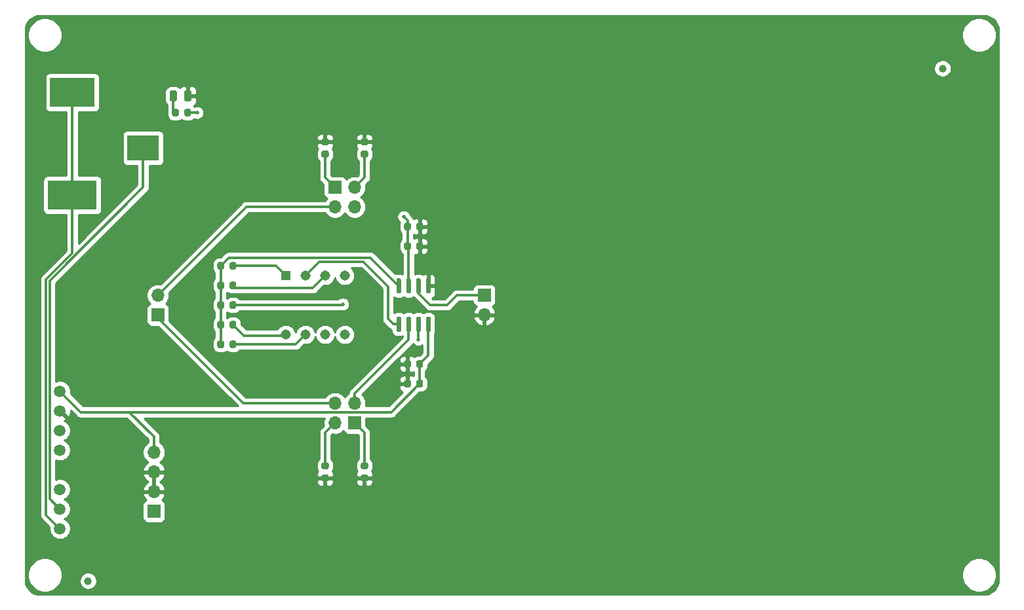
<source format=gbr>
%TF.GenerationSoftware,KiCad,Pcbnew,(5.1.7)-1*%
%TF.CreationDate,2021-04-21T22:03:08-05:00*%
%TF.ProjectId,instrumentation_amplifier,696e7374-7275-46d6-956e-746174696f6e,1.0*%
%TF.SameCoordinates,Original*%
%TF.FileFunction,Copper,L1,Top*%
%TF.FilePolarity,Positive*%
%FSLAX46Y46*%
G04 Gerber Fmt 4.6, Leading zero omitted, Abs format (unit mm)*
G04 Created by KiCad (PCBNEW (5.1.7)-1) date 2021-04-21 22:03:08*
%MOMM*%
%LPD*%
G01*
G04 APERTURE LIST*
%TA.AperFunction,ComponentPad*%
%ADD10O,1.700000X1.700000*%
%TD*%
%TA.AperFunction,ComponentPad*%
%ADD11R,1.700000X1.700000*%
%TD*%
%TA.AperFunction,ComponentPad*%
%ADD12C,1.509000*%
%TD*%
%TA.AperFunction,SMDPad,CuDef*%
%ADD13R,4.060000X3.300000*%
%TD*%
%TA.AperFunction,SMDPad,CuDef*%
%ADD14R,5.760000X3.810000*%
%TD*%
%TA.AperFunction,SMDPad,CuDef*%
%ADD15R,6.350000X3.810000*%
%TD*%
%TA.AperFunction,ComponentPad*%
%ADD16C,1.308000*%
%TD*%
%TA.AperFunction,ComponentPad*%
%ADD17R,1.308000X1.308000*%
%TD*%
%TA.AperFunction,SMDPad,CuDef*%
%ADD18C,1.000000*%
%TD*%
%TA.AperFunction,ViaPad*%
%ADD19C,0.508000*%
%TD*%
%TA.AperFunction,Conductor*%
%ADD20C,0.304800*%
%TD*%
%TA.AperFunction,Conductor*%
%ADD21C,0.254000*%
%TD*%
%TA.AperFunction,Conductor*%
%ADD22C,0.100000*%
%TD*%
G04 APERTURE END LIST*
D10*
%TO.P,J1,2*%
%TO.N,Net-(J1-Pad2)*%
X119380000Y-87630000D03*
D11*
%TO.P,J1,1*%
%TO.N,Net-(J1-Pad1)*%
X119380000Y-90170000D03*
%TD*%
D12*
%TO.P,U2,1*%
%TO.N,Net-(CON1-Pad2)*%
X106730000Y-117830000D03*
%TO.P,U2,2*%
%TO.N,Net-(CON1-Pad1)*%
X106730000Y-115290000D03*
%TO.P,U2,3*%
%TO.N,N/C*%
X106730000Y-112750000D03*
%TO.P,U2,5*%
X106730000Y-107670000D03*
%TO.P,U2,6*%
%TO.N,+5V*%
X106730000Y-105130000D03*
%TO.P,U2,7*%
%TO.N,GND*%
X106730000Y-102590000D03*
%TO.P,U2,8*%
%TO.N,-5V*%
X106730000Y-100050000D03*
%TD*%
%TO.P,C1,1*%
%TO.N,GND*%
%TA.AperFunction,SMDPad,CuDef*%
G36*
G01*
X153625000Y-78483750D02*
X153625000Y-78996250D01*
G75*
G02*
X153406250Y-79215000I-218750J0D01*
G01*
X152968750Y-79215000D01*
G75*
G02*
X152750000Y-78996250I0J218750D01*
G01*
X152750000Y-78483750D01*
G75*
G02*
X152968750Y-78265000I218750J0D01*
G01*
X153406250Y-78265000D01*
G75*
G02*
X153625000Y-78483750I0J-218750D01*
G01*
G37*
%TD.AperFunction*%
%TO.P,C1,2*%
%TO.N,+5V*%
%TA.AperFunction,SMDPad,CuDef*%
G36*
G01*
X152050000Y-78483750D02*
X152050000Y-78996250D01*
G75*
G02*
X151831250Y-79215000I-218750J0D01*
G01*
X151393750Y-79215000D01*
G75*
G02*
X151175000Y-78996250I0J218750D01*
G01*
X151175000Y-78483750D01*
G75*
G02*
X151393750Y-78265000I218750J0D01*
G01*
X151831250Y-78265000D01*
G75*
G02*
X152050000Y-78483750I0J-218750D01*
G01*
G37*
%TD.AperFunction*%
%TD*%
%TO.P,C2,1*%
%TO.N,GND*%
%TA.AperFunction,SMDPad,CuDef*%
G36*
G01*
X153625000Y-81023750D02*
X153625000Y-81536250D01*
G75*
G02*
X153406250Y-81755000I-218750J0D01*
G01*
X152968750Y-81755000D01*
G75*
G02*
X152750000Y-81536250I0J218750D01*
G01*
X152750000Y-81023750D01*
G75*
G02*
X152968750Y-80805000I218750J0D01*
G01*
X153406250Y-80805000D01*
G75*
G02*
X153625000Y-81023750I0J-218750D01*
G01*
G37*
%TD.AperFunction*%
%TO.P,C2,2*%
%TO.N,+5V*%
%TA.AperFunction,SMDPad,CuDef*%
G36*
G01*
X152050000Y-81023750D02*
X152050000Y-81536250D01*
G75*
G02*
X151831250Y-81755000I-218750J0D01*
G01*
X151393750Y-81755000D01*
G75*
G02*
X151175000Y-81536250I0J218750D01*
G01*
X151175000Y-81023750D01*
G75*
G02*
X151393750Y-80805000I218750J0D01*
G01*
X151831250Y-80805000D01*
G75*
G02*
X152050000Y-81023750I0J-218750D01*
G01*
G37*
%TD.AperFunction*%
%TD*%
%TO.P,C3,2*%
%TO.N,-5V*%
%TA.AperFunction,SMDPad,CuDef*%
G36*
G01*
X152750000Y-96776250D02*
X152750000Y-96263750D01*
G75*
G02*
X152968750Y-96045000I218750J0D01*
G01*
X153406250Y-96045000D01*
G75*
G02*
X153625000Y-96263750I0J-218750D01*
G01*
X153625000Y-96776250D01*
G75*
G02*
X153406250Y-96995000I-218750J0D01*
G01*
X152968750Y-96995000D01*
G75*
G02*
X152750000Y-96776250I0J218750D01*
G01*
G37*
%TD.AperFunction*%
%TO.P,C3,1*%
%TO.N,GND*%
%TA.AperFunction,SMDPad,CuDef*%
G36*
G01*
X151175000Y-96776250D02*
X151175000Y-96263750D01*
G75*
G02*
X151393750Y-96045000I218750J0D01*
G01*
X151831250Y-96045000D01*
G75*
G02*
X152050000Y-96263750I0J-218750D01*
G01*
X152050000Y-96776250D01*
G75*
G02*
X151831250Y-96995000I-218750J0D01*
G01*
X151393750Y-96995000D01*
G75*
G02*
X151175000Y-96776250I0J218750D01*
G01*
G37*
%TD.AperFunction*%
%TD*%
%TO.P,C4,2*%
%TO.N,-5V*%
%TA.AperFunction,SMDPad,CuDef*%
G36*
G01*
X152750000Y-99316250D02*
X152750000Y-98803750D01*
G75*
G02*
X152968750Y-98585000I218750J0D01*
G01*
X153406250Y-98585000D01*
G75*
G02*
X153625000Y-98803750I0J-218750D01*
G01*
X153625000Y-99316250D01*
G75*
G02*
X153406250Y-99535000I-218750J0D01*
G01*
X152968750Y-99535000D01*
G75*
G02*
X152750000Y-99316250I0J218750D01*
G01*
G37*
%TD.AperFunction*%
%TO.P,C4,1*%
%TO.N,GND*%
%TA.AperFunction,SMDPad,CuDef*%
G36*
G01*
X151175000Y-99316250D02*
X151175000Y-98803750D01*
G75*
G02*
X151393750Y-98585000I218750J0D01*
G01*
X151831250Y-98585000D01*
G75*
G02*
X152050000Y-98803750I0J-218750D01*
G01*
X152050000Y-99316250D01*
G75*
G02*
X151831250Y-99535000I-218750J0D01*
G01*
X151393750Y-99535000D01*
G75*
G02*
X151175000Y-99316250I0J218750D01*
G01*
G37*
%TD.AperFunction*%
%TD*%
D13*
%TO.P,CON1,1*%
%TO.N,Net-(CON1-Pad1)*%
X117471000Y-68580000D03*
D14*
%TO.P,CON1,3*%
%TO.N,Net-(CON1-Pad2)*%
X108331000Y-61390000D03*
D15*
%TO.P,CON1,2*%
X108331000Y-74680000D03*
%TD*%
%TO.P,D1,1*%
%TO.N,GND*%
%TA.AperFunction,SMDPad,CuDef*%
G36*
G01*
X123726000Y-61392750D02*
X123726000Y-62305250D01*
G75*
G02*
X123482250Y-62549000I-243750J0D01*
G01*
X122994750Y-62549000D01*
G75*
G02*
X122751000Y-62305250I0J243750D01*
G01*
X122751000Y-61392750D01*
G75*
G02*
X122994750Y-61149000I243750J0D01*
G01*
X123482250Y-61149000D01*
G75*
G02*
X123726000Y-61392750I0J-243750D01*
G01*
G37*
%TD.AperFunction*%
%TO.P,D1,2*%
%TO.N,Net-(D1-Pad2)*%
%TA.AperFunction,SMDPad,CuDef*%
G36*
G01*
X121851000Y-61392750D02*
X121851000Y-62305250D01*
G75*
G02*
X121607250Y-62549000I-243750J0D01*
G01*
X121119750Y-62549000D01*
G75*
G02*
X120876000Y-62305250I0J243750D01*
G01*
X120876000Y-61392750D01*
G75*
G02*
X121119750Y-61149000I243750J0D01*
G01*
X121607250Y-61149000D01*
G75*
G02*
X121851000Y-61392750I0J-243750D01*
G01*
G37*
%TD.AperFunction*%
%TD*%
D10*
%TO.P,J2,4*%
%TO.N,Net-(J1-Pad1)*%
X142240000Y-101600000D03*
%TO.P,J2,3*%
%TO.N,Net-(J2-Pad3)*%
X144780000Y-101600000D03*
%TO.P,J2,2*%
%TO.N,Net-(J2-Pad2)*%
X142240000Y-104140000D03*
D11*
%TO.P,J2,1*%
%TO.N,Net-(J2-Pad1)*%
X144780000Y-104140000D03*
%TD*%
%TO.P,J3,1*%
%TO.N,Net-(J3-Pad1)*%
X142240000Y-73660000D03*
D10*
%TO.P,J3,2*%
%TO.N,Net-(J3-Pad2)*%
X144780000Y-73660000D03*
%TO.P,J3,3*%
%TO.N,Net-(J1-Pad2)*%
X142240000Y-76200000D03*
%TO.P,J3,4*%
X144780000Y-76200000D03*
%TD*%
D11*
%TO.P,J4,1*%
%TO.N,Net-(J4-Pad1)*%
X161544000Y-87630000D03*
D10*
%TO.P,J4,2*%
%TO.N,GND*%
X161544000Y-90170000D03*
%TD*%
%TO.P,R1,1*%
%TO.N,Net-(D1-Pad2)*%
%TA.AperFunction,SMDPad,CuDef*%
G36*
G01*
X121203000Y-64264250D02*
X121203000Y-63751750D01*
G75*
G02*
X121421750Y-63533000I218750J0D01*
G01*
X121859250Y-63533000D01*
G75*
G02*
X122078000Y-63751750I0J-218750D01*
G01*
X122078000Y-64264250D01*
G75*
G02*
X121859250Y-64483000I-218750J0D01*
G01*
X121421750Y-64483000D01*
G75*
G02*
X121203000Y-64264250I0J218750D01*
G01*
G37*
%TD.AperFunction*%
%TO.P,R1,2*%
%TO.N,+5V*%
%TA.AperFunction,SMDPad,CuDef*%
G36*
G01*
X122778000Y-64264250D02*
X122778000Y-63751750D01*
G75*
G02*
X122996750Y-63533000I218750J0D01*
G01*
X123434250Y-63533000D01*
G75*
G02*
X123653000Y-63751750I0J-218750D01*
G01*
X123653000Y-64264250D01*
G75*
G02*
X123434250Y-64483000I-218750J0D01*
G01*
X122996750Y-64483000D01*
G75*
G02*
X122778000Y-64264250I0J218750D01*
G01*
G37*
%TD.AperFunction*%
%TD*%
%TO.P,R2,2*%
%TO.N,Net-(J3-Pad2)*%
%TA.AperFunction,SMDPad,CuDef*%
G36*
G01*
X145793750Y-68930000D02*
X146306250Y-68930000D01*
G75*
G02*
X146525000Y-69148750I0J-218750D01*
G01*
X146525000Y-69586250D01*
G75*
G02*
X146306250Y-69805000I-218750J0D01*
G01*
X145793750Y-69805000D01*
G75*
G02*
X145575000Y-69586250I0J218750D01*
G01*
X145575000Y-69148750D01*
G75*
G02*
X145793750Y-68930000I218750J0D01*
G01*
G37*
%TD.AperFunction*%
%TO.P,R2,1*%
%TO.N,GND*%
%TA.AperFunction,SMDPad,CuDef*%
G36*
G01*
X145793750Y-67355000D02*
X146306250Y-67355000D01*
G75*
G02*
X146525000Y-67573750I0J-218750D01*
G01*
X146525000Y-68011250D01*
G75*
G02*
X146306250Y-68230000I-218750J0D01*
G01*
X145793750Y-68230000D01*
G75*
G02*
X145575000Y-68011250I0J218750D01*
G01*
X145575000Y-67573750D01*
G75*
G02*
X145793750Y-67355000I218750J0D01*
G01*
G37*
%TD.AperFunction*%
%TD*%
%TO.P,R3,1*%
%TO.N,GND*%
%TA.AperFunction,SMDPad,CuDef*%
G36*
G01*
X146306250Y-111715000D02*
X145793750Y-111715000D01*
G75*
G02*
X145575000Y-111496250I0J218750D01*
G01*
X145575000Y-111058750D01*
G75*
G02*
X145793750Y-110840000I218750J0D01*
G01*
X146306250Y-110840000D01*
G75*
G02*
X146525000Y-111058750I0J-218750D01*
G01*
X146525000Y-111496250D01*
G75*
G02*
X146306250Y-111715000I-218750J0D01*
G01*
G37*
%TD.AperFunction*%
%TO.P,R3,2*%
%TO.N,Net-(J2-Pad1)*%
%TA.AperFunction,SMDPad,CuDef*%
G36*
G01*
X146306250Y-110140000D02*
X145793750Y-110140000D01*
G75*
G02*
X145575000Y-109921250I0J218750D01*
G01*
X145575000Y-109483750D01*
G75*
G02*
X145793750Y-109265000I218750J0D01*
G01*
X146306250Y-109265000D01*
G75*
G02*
X146525000Y-109483750I0J-218750D01*
G01*
X146525000Y-109921250D01*
G75*
G02*
X146306250Y-110140000I-218750J0D01*
G01*
G37*
%TD.AperFunction*%
%TD*%
%TO.P,R4,2*%
%TO.N,Net-(J3-Pad1)*%
%TA.AperFunction,SMDPad,CuDef*%
G36*
G01*
X140713750Y-68930000D02*
X141226250Y-68930000D01*
G75*
G02*
X141445000Y-69148750I0J-218750D01*
G01*
X141445000Y-69586250D01*
G75*
G02*
X141226250Y-69805000I-218750J0D01*
G01*
X140713750Y-69805000D01*
G75*
G02*
X140495000Y-69586250I0J218750D01*
G01*
X140495000Y-69148750D01*
G75*
G02*
X140713750Y-68930000I218750J0D01*
G01*
G37*
%TD.AperFunction*%
%TO.P,R4,1*%
%TO.N,GND*%
%TA.AperFunction,SMDPad,CuDef*%
G36*
G01*
X140713750Y-67355000D02*
X141226250Y-67355000D01*
G75*
G02*
X141445000Y-67573750I0J-218750D01*
G01*
X141445000Y-68011250D01*
G75*
G02*
X141226250Y-68230000I-218750J0D01*
G01*
X140713750Y-68230000D01*
G75*
G02*
X140495000Y-68011250I0J218750D01*
G01*
X140495000Y-67573750D01*
G75*
G02*
X140713750Y-67355000I218750J0D01*
G01*
G37*
%TD.AperFunction*%
%TD*%
%TO.P,R5,1*%
%TO.N,GND*%
%TA.AperFunction,SMDPad,CuDef*%
G36*
G01*
X141226250Y-111715000D02*
X140713750Y-111715000D01*
G75*
G02*
X140495000Y-111496250I0J218750D01*
G01*
X140495000Y-111058750D01*
G75*
G02*
X140713750Y-110840000I218750J0D01*
G01*
X141226250Y-110840000D01*
G75*
G02*
X141445000Y-111058750I0J-218750D01*
G01*
X141445000Y-111496250D01*
G75*
G02*
X141226250Y-111715000I-218750J0D01*
G01*
G37*
%TD.AperFunction*%
%TO.P,R5,2*%
%TO.N,Net-(J2-Pad2)*%
%TA.AperFunction,SMDPad,CuDef*%
G36*
G01*
X141226250Y-110140000D02*
X140713750Y-110140000D01*
G75*
G02*
X140495000Y-109921250I0J218750D01*
G01*
X140495000Y-109483750D01*
G75*
G02*
X140713750Y-109265000I218750J0D01*
G01*
X141226250Y-109265000D01*
G75*
G02*
X141445000Y-109483750I0J-218750D01*
G01*
X141445000Y-109921250D01*
G75*
G02*
X141226250Y-110140000I-218750J0D01*
G01*
G37*
%TD.AperFunction*%
%TD*%
%TO.P,R6,1*%
%TO.N,Net-(R6-Pad1)*%
%TA.AperFunction,SMDPad,CuDef*%
G36*
G01*
X129495000Y-93723750D02*
X129495000Y-94236250D01*
G75*
G02*
X129276250Y-94455000I-218750J0D01*
G01*
X128838750Y-94455000D01*
G75*
G02*
X128620000Y-94236250I0J218750D01*
G01*
X128620000Y-93723750D01*
G75*
G02*
X128838750Y-93505000I218750J0D01*
G01*
X129276250Y-93505000D01*
G75*
G02*
X129495000Y-93723750I0J-218750D01*
G01*
G37*
%TD.AperFunction*%
%TO.P,R6,2*%
%TO.N,Net-(R10-Pad2)*%
%TA.AperFunction,SMDPad,CuDef*%
G36*
G01*
X127920000Y-93723750D02*
X127920000Y-94236250D01*
G75*
G02*
X127701250Y-94455000I-218750J0D01*
G01*
X127263750Y-94455000D01*
G75*
G02*
X127045000Y-94236250I0J218750D01*
G01*
X127045000Y-93723750D01*
G75*
G02*
X127263750Y-93505000I218750J0D01*
G01*
X127701250Y-93505000D01*
G75*
G02*
X127920000Y-93723750I0J-218750D01*
G01*
G37*
%TD.AperFunction*%
%TD*%
%TO.P,R7,1*%
%TO.N,Net-(R7-Pad1)*%
%TA.AperFunction,SMDPad,CuDef*%
G36*
G01*
X129495000Y-91183750D02*
X129495000Y-91696250D01*
G75*
G02*
X129276250Y-91915000I-218750J0D01*
G01*
X128838750Y-91915000D01*
G75*
G02*
X128620000Y-91696250I0J218750D01*
G01*
X128620000Y-91183750D01*
G75*
G02*
X128838750Y-90965000I218750J0D01*
G01*
X129276250Y-90965000D01*
G75*
G02*
X129495000Y-91183750I0J-218750D01*
G01*
G37*
%TD.AperFunction*%
%TO.P,R7,2*%
%TO.N,Net-(R10-Pad2)*%
%TA.AperFunction,SMDPad,CuDef*%
G36*
G01*
X127920000Y-91183750D02*
X127920000Y-91696250D01*
G75*
G02*
X127701250Y-91915000I-218750J0D01*
G01*
X127263750Y-91915000D01*
G75*
G02*
X127045000Y-91696250I0J218750D01*
G01*
X127045000Y-91183750D01*
G75*
G02*
X127263750Y-90965000I218750J0D01*
G01*
X127701250Y-90965000D01*
G75*
G02*
X127920000Y-91183750I0J-218750D01*
G01*
G37*
%TD.AperFunction*%
%TD*%
%TO.P,R8,1*%
%TO.N,Net-(R8-Pad1)*%
%TA.AperFunction,SMDPad,CuDef*%
G36*
G01*
X129495000Y-88643750D02*
X129495000Y-89156250D01*
G75*
G02*
X129276250Y-89375000I-218750J0D01*
G01*
X128838750Y-89375000D01*
G75*
G02*
X128620000Y-89156250I0J218750D01*
G01*
X128620000Y-88643750D01*
G75*
G02*
X128838750Y-88425000I218750J0D01*
G01*
X129276250Y-88425000D01*
G75*
G02*
X129495000Y-88643750I0J-218750D01*
G01*
G37*
%TD.AperFunction*%
%TO.P,R8,2*%
%TO.N,Net-(R10-Pad2)*%
%TA.AperFunction,SMDPad,CuDef*%
G36*
G01*
X127920000Y-88643750D02*
X127920000Y-89156250D01*
G75*
G02*
X127701250Y-89375000I-218750J0D01*
G01*
X127263750Y-89375000D01*
G75*
G02*
X127045000Y-89156250I0J218750D01*
G01*
X127045000Y-88643750D01*
G75*
G02*
X127263750Y-88425000I218750J0D01*
G01*
X127701250Y-88425000D01*
G75*
G02*
X127920000Y-88643750I0J-218750D01*
G01*
G37*
%TD.AperFunction*%
%TD*%
%TO.P,R9,1*%
%TO.N,Net-(R9-Pad1)*%
%TA.AperFunction,SMDPad,CuDef*%
G36*
G01*
X129495000Y-86103750D02*
X129495000Y-86616250D01*
G75*
G02*
X129276250Y-86835000I-218750J0D01*
G01*
X128838750Y-86835000D01*
G75*
G02*
X128620000Y-86616250I0J218750D01*
G01*
X128620000Y-86103750D01*
G75*
G02*
X128838750Y-85885000I218750J0D01*
G01*
X129276250Y-85885000D01*
G75*
G02*
X129495000Y-86103750I0J-218750D01*
G01*
G37*
%TD.AperFunction*%
%TO.P,R9,2*%
%TO.N,Net-(R10-Pad2)*%
%TA.AperFunction,SMDPad,CuDef*%
G36*
G01*
X127920000Y-86103750D02*
X127920000Y-86616250D01*
G75*
G02*
X127701250Y-86835000I-218750J0D01*
G01*
X127263750Y-86835000D01*
G75*
G02*
X127045000Y-86616250I0J218750D01*
G01*
X127045000Y-86103750D01*
G75*
G02*
X127263750Y-85885000I218750J0D01*
G01*
X127701250Y-85885000D01*
G75*
G02*
X127920000Y-86103750I0J-218750D01*
G01*
G37*
%TD.AperFunction*%
%TD*%
%TO.P,R10,1*%
%TO.N,Net-(R10-Pad1)*%
%TA.AperFunction,SMDPad,CuDef*%
G36*
G01*
X129495000Y-83563750D02*
X129495000Y-84076250D01*
G75*
G02*
X129276250Y-84295000I-218750J0D01*
G01*
X128838750Y-84295000D01*
G75*
G02*
X128620000Y-84076250I0J218750D01*
G01*
X128620000Y-83563750D01*
G75*
G02*
X128838750Y-83345000I218750J0D01*
G01*
X129276250Y-83345000D01*
G75*
G02*
X129495000Y-83563750I0J-218750D01*
G01*
G37*
%TD.AperFunction*%
%TO.P,R10,2*%
%TO.N,Net-(R10-Pad2)*%
%TA.AperFunction,SMDPad,CuDef*%
G36*
G01*
X127920000Y-83563750D02*
X127920000Y-84076250D01*
G75*
G02*
X127701250Y-84295000I-218750J0D01*
G01*
X127263750Y-84295000D01*
G75*
G02*
X127045000Y-84076250I0J218750D01*
G01*
X127045000Y-83563750D01*
G75*
G02*
X127263750Y-83345000I218750J0D01*
G01*
X127701250Y-83345000D01*
G75*
G02*
X127920000Y-83563750I0J-218750D01*
G01*
G37*
%TD.AperFunction*%
%TD*%
D16*
%TO.P,SW1,3*%
%TO.N,Net-(R8-Pad1)*%
X143510000Y-85090000D03*
%TO.P,SW1,2*%
%TO.N,Net-(R9-Pad1)*%
X140970000Y-85090000D03*
%TO.P,SW1,C*%
%TO.N,Net-(SW1-PadC)*%
X138430000Y-85090000D03*
D17*
%TO.P,SW1,1*%
%TO.N,Net-(R10-Pad1)*%
X135890000Y-85090000D03*
D16*
%TO.P,SW1,NC*%
%TO.N,N/C*%
X143510000Y-92710000D03*
%TO.P,SW1,C1*%
X140970000Y-92710000D03*
%TO.P,SW1,5*%
%TO.N,Net-(R6-Pad1)*%
X138430000Y-92710000D03*
%TO.P,SW1,4*%
%TO.N,Net-(R7-Pad1)*%
X135890000Y-92710000D03*
%TD*%
%TO.P,U1,8*%
%TO.N,Net-(R10-Pad2)*%
%TA.AperFunction,SMDPad,CuDef*%
G36*
G01*
X150645000Y-87400000D02*
X150345000Y-87400000D01*
G75*
G02*
X150195000Y-87250000I0J150000D01*
G01*
X150195000Y-85600000D01*
G75*
G02*
X150345000Y-85450000I150000J0D01*
G01*
X150645000Y-85450000D01*
G75*
G02*
X150795000Y-85600000I0J-150000D01*
G01*
X150795000Y-87250000D01*
G75*
G02*
X150645000Y-87400000I-150000J0D01*
G01*
G37*
%TD.AperFunction*%
%TO.P,U1,7*%
%TO.N,+5V*%
%TA.AperFunction,SMDPad,CuDef*%
G36*
G01*
X151915000Y-87400000D02*
X151615000Y-87400000D01*
G75*
G02*
X151465000Y-87250000I0J150000D01*
G01*
X151465000Y-85600000D01*
G75*
G02*
X151615000Y-85450000I150000J0D01*
G01*
X151915000Y-85450000D01*
G75*
G02*
X152065000Y-85600000I0J-150000D01*
G01*
X152065000Y-87250000D01*
G75*
G02*
X151915000Y-87400000I-150000J0D01*
G01*
G37*
%TD.AperFunction*%
%TO.P,U1,6*%
%TO.N,Net-(J4-Pad1)*%
%TA.AperFunction,SMDPad,CuDef*%
G36*
G01*
X153185000Y-87400000D02*
X152885000Y-87400000D01*
G75*
G02*
X152735000Y-87250000I0J150000D01*
G01*
X152735000Y-85600000D01*
G75*
G02*
X152885000Y-85450000I150000J0D01*
G01*
X153185000Y-85450000D01*
G75*
G02*
X153335000Y-85600000I0J-150000D01*
G01*
X153335000Y-87250000D01*
G75*
G02*
X153185000Y-87400000I-150000J0D01*
G01*
G37*
%TD.AperFunction*%
%TO.P,U1,5*%
%TO.N,GND*%
%TA.AperFunction,SMDPad,CuDef*%
G36*
G01*
X154455000Y-87400000D02*
X154155000Y-87400000D01*
G75*
G02*
X154005000Y-87250000I0J150000D01*
G01*
X154005000Y-85600000D01*
G75*
G02*
X154155000Y-85450000I150000J0D01*
G01*
X154455000Y-85450000D01*
G75*
G02*
X154605000Y-85600000I0J-150000D01*
G01*
X154605000Y-87250000D01*
G75*
G02*
X154455000Y-87400000I-150000J0D01*
G01*
G37*
%TD.AperFunction*%
%TO.P,U1,4*%
%TO.N,-5V*%
%TA.AperFunction,SMDPad,CuDef*%
G36*
G01*
X154455000Y-92350000D02*
X154155000Y-92350000D01*
G75*
G02*
X154005000Y-92200000I0J150000D01*
G01*
X154005000Y-90550000D01*
G75*
G02*
X154155000Y-90400000I150000J0D01*
G01*
X154455000Y-90400000D01*
G75*
G02*
X154605000Y-90550000I0J-150000D01*
G01*
X154605000Y-92200000D01*
G75*
G02*
X154455000Y-92350000I-150000J0D01*
G01*
G37*
%TD.AperFunction*%
%TO.P,U1,3*%
%TO.N,Net-(J1-Pad2)*%
%TA.AperFunction,SMDPad,CuDef*%
G36*
G01*
X153185000Y-92350000D02*
X152885000Y-92350000D01*
G75*
G02*
X152735000Y-92200000I0J150000D01*
G01*
X152735000Y-90550000D01*
G75*
G02*
X152885000Y-90400000I150000J0D01*
G01*
X153185000Y-90400000D01*
G75*
G02*
X153335000Y-90550000I0J-150000D01*
G01*
X153335000Y-92200000D01*
G75*
G02*
X153185000Y-92350000I-150000J0D01*
G01*
G37*
%TD.AperFunction*%
%TO.P,U1,2*%
%TO.N,Net-(J2-Pad3)*%
%TA.AperFunction,SMDPad,CuDef*%
G36*
G01*
X151915000Y-92350000D02*
X151615000Y-92350000D01*
G75*
G02*
X151465000Y-92200000I0J150000D01*
G01*
X151465000Y-90550000D01*
G75*
G02*
X151615000Y-90400000I150000J0D01*
G01*
X151915000Y-90400000D01*
G75*
G02*
X152065000Y-90550000I0J-150000D01*
G01*
X152065000Y-92200000D01*
G75*
G02*
X151915000Y-92350000I-150000J0D01*
G01*
G37*
%TD.AperFunction*%
%TO.P,U1,1*%
%TO.N,Net-(SW1-PadC)*%
%TA.AperFunction,SMDPad,CuDef*%
G36*
G01*
X150645000Y-92350000D02*
X150345000Y-92350000D01*
G75*
G02*
X150195000Y-92200000I0J150000D01*
G01*
X150195000Y-90550000D01*
G75*
G02*
X150345000Y-90400000I150000J0D01*
G01*
X150645000Y-90400000D01*
G75*
G02*
X150795000Y-90550000I0J-150000D01*
G01*
X150795000Y-92200000D01*
G75*
G02*
X150645000Y-92350000I-150000J0D01*
G01*
G37*
%TD.AperFunction*%
%TD*%
D18*
%TO.P,FID1,*%
%TO.N,*%
X110363000Y-124587000D03*
%TD*%
%TO.P,FID2,*%
%TO.N,*%
X220726000Y-58293000D03*
%TD*%
D11*
%TO.P,J5,1*%
%TO.N,+5V*%
X118872000Y-115570000D03*
D10*
%TO.P,J5,2*%
%TO.N,GND*%
X118872000Y-113030000D03*
%TO.P,J5,3*%
X118872000Y-110490000D03*
%TO.P,J5,4*%
%TO.N,-5V*%
X118872000Y-107950000D03*
%TD*%
D19*
%TO.N,+5V*%
X151130000Y-77470000D03*
X124460000Y-64008000D03*
%TO.N,GND*%
X150114000Y-100330000D03*
X152273000Y-102362000D03*
X124460000Y-61849000D03*
%TO.N,Net-(J1-Pad2)*%
X153035000Y-93345000D03*
%TO.N,Net-(R8-Pad1)*%
X143256000Y-88773000D03*
%TD*%
D20*
%TO.N,+5V*%
X151612500Y-78740000D02*
X151612500Y-81280000D01*
X151765000Y-83337500D02*
X151765000Y-86425000D01*
X151765000Y-81432500D02*
X151765000Y-83337500D01*
X151612500Y-81280000D02*
X151765000Y-81432500D01*
X151612500Y-77952500D02*
X151130000Y-77470000D01*
X151612500Y-78740000D02*
X151612500Y-77952500D01*
X123215500Y-64008000D02*
X124460000Y-64008000D01*
%TO.N,GND*%
X123238500Y-61849000D02*
X124460000Y-61849000D01*
%TO.N,-5V*%
X153187500Y-99060000D02*
X153187500Y-96520000D01*
X154305000Y-95402500D02*
X154305000Y-91375000D01*
X153187500Y-96520000D02*
X154305000Y-95402500D01*
X149492699Y-102754801D02*
X153187500Y-99060000D01*
X106730000Y-100050000D02*
X109434801Y-102754801D01*
X118872000Y-105941602D02*
X115685199Y-102754801D01*
X118872000Y-107950000D02*
X118872000Y-105941602D01*
X115685199Y-102754801D02*
X149492699Y-102754801D01*
X109434801Y-102754801D02*
X115685199Y-102754801D01*
%TO.N,Net-(D1-Pad2)*%
X121363500Y-63731000D02*
X121640500Y-64008000D01*
X121363500Y-61849000D02*
X121363500Y-63731000D01*
%TO.N,Net-(J1-Pad2)*%
X130810000Y-76200000D02*
X119380000Y-87630000D01*
X142240000Y-76200000D02*
X130810000Y-76200000D01*
X153035000Y-91375000D02*
X153035000Y-93345000D01*
%TO.N,Net-(J1-Pad1)*%
X130429000Y-101600000D02*
X142240000Y-101600000D01*
X119380000Y-90551000D02*
X130429000Y-101600000D01*
X119380000Y-90170000D02*
X119380000Y-90551000D01*
%TO.N,Net-(J2-Pad3)*%
X151765000Y-93345000D02*
X151765000Y-91375000D01*
X144780000Y-100330000D02*
X151765000Y-93345000D01*
X144780000Y-101600000D02*
X144780000Y-100330000D01*
%TO.N,Net-(J2-Pad2)*%
X140970000Y-105410000D02*
X142240000Y-104140000D01*
X140970000Y-109702500D02*
X140970000Y-105410000D01*
%TO.N,Net-(J2-Pad1)*%
X146050000Y-105410000D02*
X144780000Y-104140000D01*
X146050000Y-109702500D02*
X146050000Y-105410000D01*
%TO.N,Net-(J3-Pad1)*%
X140970000Y-72390000D02*
X142240000Y-73660000D01*
X140970000Y-69367500D02*
X140970000Y-72390000D01*
%TO.N,Net-(J3-Pad2)*%
X146050000Y-72390000D02*
X144780000Y-73660000D01*
X146050000Y-69367500D02*
X146050000Y-72390000D01*
%TO.N,Net-(J4-Pad1)*%
X153035000Y-87400000D02*
X154535000Y-88900000D01*
X153035000Y-86425000D02*
X153035000Y-87400000D01*
X161544000Y-87630000D02*
X157988000Y-87630000D01*
X156718000Y-88900000D02*
X154535000Y-88900000D01*
X157988000Y-87630000D02*
X156718000Y-88900000D01*
%TO.N,Net-(R6-Pad1)*%
X137160000Y-93980000D02*
X138430000Y-92710000D01*
X129057500Y-93980000D02*
X137160000Y-93980000D01*
%TO.N,Net-(R10-Pad2)*%
X127482500Y-83820000D02*
X127482500Y-93980000D01*
X146829569Y-82759569D02*
X150495000Y-86425000D01*
X128542931Y-82759569D02*
X146829569Y-82759569D01*
X127482500Y-83820000D02*
X128542931Y-82759569D01*
%TO.N,Net-(R7-Pad1)*%
X135763000Y-92837000D02*
X135890000Y-92710000D01*
X130454500Y-92837000D02*
X135763000Y-92837000D01*
X129057500Y-91440000D02*
X130454500Y-92837000D01*
%TO.N,Net-(R8-Pad1)*%
X143129000Y-88900000D02*
X143256000Y-88773000D01*
X129057500Y-88900000D02*
X143129000Y-88900000D01*
%TO.N,Net-(R9-Pad1)*%
X129387711Y-86690211D02*
X139369789Y-86690211D01*
X139369789Y-86690211D02*
X140970000Y-85090000D01*
X129057500Y-86360000D02*
X129387711Y-86690211D01*
%TO.N,Net-(R10-Pad1)*%
X134620000Y-83820000D02*
X135890000Y-85090000D01*
X129057500Y-83820000D02*
X134620000Y-83820000D01*
%TO.N,Net-(SW1-PadC)*%
X138430000Y-85090000D02*
X140208000Y-83312000D01*
X140208000Y-83312000D02*
X145923000Y-83312000D01*
X145923000Y-83312000D02*
X149098000Y-86487000D01*
X149098000Y-90678000D02*
X149795000Y-91375000D01*
X149098000Y-86487000D02*
X149098000Y-90678000D01*
X149795000Y-91375000D02*
X150495000Y-91375000D01*
%TO.N,Net-(CON1-Pad1)*%
X105410000Y-113970000D02*
X106730000Y-115290000D01*
X105410000Y-85736592D02*
X105410000Y-113970000D01*
X117471000Y-73675592D02*
X105410000Y-85736592D01*
X117471000Y-68580000D02*
X117471000Y-73675592D01*
%TO.N,Net-(CON1-Pad2)*%
X104952789Y-116052789D02*
X106730000Y-117830000D01*
X104952789Y-85547211D02*
X104952789Y-116052789D01*
X108331000Y-82169000D02*
X104952789Y-85547211D01*
X108331000Y-74680000D02*
X108331000Y-82169000D01*
X108331000Y-61390000D02*
X108331000Y-74680000D01*
%TD*%
D21*
%TO.N,GND*%
X226424545Y-51498909D02*
X226775208Y-51604780D01*
X227098625Y-51776744D01*
X227382484Y-52008254D01*
X227615965Y-52290486D01*
X227790183Y-52612695D01*
X227898502Y-52962614D01*
X227940001Y-53357452D01*
X227940000Y-124427721D01*
X227901091Y-124824545D01*
X227795220Y-125175206D01*
X227623257Y-125498623D01*
X227391748Y-125782482D01*
X227109514Y-126015965D01*
X226787304Y-126190184D01*
X226437385Y-126298502D01*
X226042557Y-126340000D01*
X104172279Y-126340000D01*
X103775455Y-126301091D01*
X103424794Y-126195220D01*
X103101377Y-126023257D01*
X102817518Y-125791748D01*
X102584035Y-125509514D01*
X102409816Y-125187304D01*
X102301498Y-124837385D01*
X102260000Y-124442557D01*
X102260000Y-123604872D01*
X102540000Y-123604872D01*
X102540000Y-124045128D01*
X102625890Y-124476925D01*
X102794369Y-124883669D01*
X103038962Y-125249729D01*
X103350271Y-125561038D01*
X103716331Y-125805631D01*
X104123075Y-125974110D01*
X104554872Y-126060000D01*
X104995128Y-126060000D01*
X105426925Y-125974110D01*
X105833669Y-125805631D01*
X106199729Y-125561038D01*
X106511038Y-125249729D01*
X106755631Y-124883669D01*
X106924110Y-124476925D01*
X106924450Y-124475212D01*
X109228000Y-124475212D01*
X109228000Y-124698788D01*
X109271617Y-124918067D01*
X109357176Y-125124624D01*
X109481388Y-125310520D01*
X109639480Y-125468612D01*
X109825376Y-125592824D01*
X110031933Y-125678383D01*
X110251212Y-125722000D01*
X110474788Y-125722000D01*
X110694067Y-125678383D01*
X110900624Y-125592824D01*
X111086520Y-125468612D01*
X111244612Y-125310520D01*
X111368824Y-125124624D01*
X111454383Y-124918067D01*
X111498000Y-124698788D01*
X111498000Y-124475212D01*
X111454383Y-124255933D01*
X111368824Y-124049376D01*
X111244612Y-123863480D01*
X111086520Y-123705388D01*
X110936088Y-123604872D01*
X223190000Y-123604872D01*
X223190000Y-124045128D01*
X223275890Y-124476925D01*
X223444369Y-124883669D01*
X223688962Y-125249729D01*
X224000271Y-125561038D01*
X224366331Y-125805631D01*
X224773075Y-125974110D01*
X225204872Y-126060000D01*
X225645128Y-126060000D01*
X226076925Y-125974110D01*
X226483669Y-125805631D01*
X226849729Y-125561038D01*
X227161038Y-125249729D01*
X227405631Y-124883669D01*
X227574110Y-124476925D01*
X227660000Y-124045128D01*
X227660000Y-123604872D01*
X227574110Y-123173075D01*
X227405631Y-122766331D01*
X227161038Y-122400271D01*
X226849729Y-122088962D01*
X226483669Y-121844369D01*
X226076925Y-121675890D01*
X225645128Y-121590000D01*
X225204872Y-121590000D01*
X224773075Y-121675890D01*
X224366331Y-121844369D01*
X224000271Y-122088962D01*
X223688962Y-122400271D01*
X223444369Y-122766331D01*
X223275890Y-123173075D01*
X223190000Y-123604872D01*
X110936088Y-123604872D01*
X110900624Y-123581176D01*
X110694067Y-123495617D01*
X110474788Y-123452000D01*
X110251212Y-123452000D01*
X110031933Y-123495617D01*
X109825376Y-123581176D01*
X109639480Y-123705388D01*
X109481388Y-123863480D01*
X109357176Y-124049376D01*
X109271617Y-124255933D01*
X109228000Y-124475212D01*
X106924450Y-124475212D01*
X107010000Y-124045128D01*
X107010000Y-123604872D01*
X106924110Y-123173075D01*
X106755631Y-122766331D01*
X106511038Y-122400271D01*
X106199729Y-122088962D01*
X105833669Y-121844369D01*
X105426925Y-121675890D01*
X104995128Y-121590000D01*
X104554872Y-121590000D01*
X104123075Y-121675890D01*
X103716331Y-121844369D01*
X103350271Y-122088962D01*
X103038962Y-122400271D01*
X102794369Y-122766331D01*
X102625890Y-123173075D01*
X102540000Y-123604872D01*
X102260000Y-123604872D01*
X102260000Y-85547211D01*
X104161581Y-85547211D01*
X104165389Y-85585874D01*
X104165390Y-116014116D01*
X104161581Y-116052789D01*
X104176784Y-116207146D01*
X104221807Y-116355571D01*
X104221808Y-116355572D01*
X104294924Y-116492361D01*
X104393321Y-116612258D01*
X104423362Y-116636912D01*
X105363578Y-117577128D01*
X105340500Y-117693146D01*
X105340500Y-117966854D01*
X105393898Y-118235302D01*
X105498641Y-118488175D01*
X105650705Y-118715754D01*
X105844246Y-118909295D01*
X106071825Y-119061359D01*
X106324698Y-119166102D01*
X106593146Y-119219500D01*
X106866854Y-119219500D01*
X107135302Y-119166102D01*
X107388175Y-119061359D01*
X107615754Y-118909295D01*
X107809295Y-118715754D01*
X107961359Y-118488175D01*
X108066102Y-118235302D01*
X108119500Y-117966854D01*
X108119500Y-117693146D01*
X108066102Y-117424698D01*
X107961359Y-117171825D01*
X107809295Y-116944246D01*
X107615754Y-116750705D01*
X107388175Y-116598641D01*
X107294887Y-116560000D01*
X107388175Y-116521359D01*
X107615754Y-116369295D01*
X107809295Y-116175754D01*
X107961359Y-115948175D01*
X108066102Y-115695302D01*
X108119500Y-115426854D01*
X108119500Y-115153146D01*
X108066102Y-114884698D01*
X107997883Y-114720000D01*
X117383928Y-114720000D01*
X117383928Y-116420000D01*
X117396188Y-116544482D01*
X117432498Y-116664180D01*
X117491463Y-116774494D01*
X117570815Y-116871185D01*
X117667506Y-116950537D01*
X117777820Y-117009502D01*
X117897518Y-117045812D01*
X118022000Y-117058072D01*
X119722000Y-117058072D01*
X119846482Y-117045812D01*
X119966180Y-117009502D01*
X120076494Y-116950537D01*
X120173185Y-116871185D01*
X120252537Y-116774494D01*
X120311502Y-116664180D01*
X120347812Y-116544482D01*
X120360072Y-116420000D01*
X120360072Y-114720000D01*
X120347812Y-114595518D01*
X120311502Y-114475820D01*
X120252537Y-114365506D01*
X120173185Y-114268815D01*
X120076494Y-114189463D01*
X119966180Y-114130498D01*
X119885534Y-114106034D01*
X119969588Y-114030269D01*
X120143641Y-113796920D01*
X120268825Y-113534099D01*
X120313476Y-113386890D01*
X120192155Y-113157000D01*
X118999000Y-113157000D01*
X118999000Y-113177000D01*
X118745000Y-113177000D01*
X118745000Y-113157000D01*
X117551845Y-113157000D01*
X117430524Y-113386890D01*
X117475175Y-113534099D01*
X117600359Y-113796920D01*
X117774412Y-114030269D01*
X117858466Y-114106034D01*
X117777820Y-114130498D01*
X117667506Y-114189463D01*
X117570815Y-114268815D01*
X117491463Y-114365506D01*
X117432498Y-114475820D01*
X117396188Y-114595518D01*
X117383928Y-114720000D01*
X107997883Y-114720000D01*
X107961359Y-114631825D01*
X107809295Y-114404246D01*
X107615754Y-114210705D01*
X107388175Y-114058641D01*
X107294887Y-114020000D01*
X107388175Y-113981359D01*
X107615754Y-113829295D01*
X107809295Y-113635754D01*
X107961359Y-113408175D01*
X108066102Y-113155302D01*
X108119500Y-112886854D01*
X108119500Y-112613146D01*
X108066102Y-112344698D01*
X107961359Y-112091825D01*
X107809295Y-111864246D01*
X107615754Y-111670705D01*
X107388175Y-111518641D01*
X107135302Y-111413898D01*
X106866854Y-111360500D01*
X106593146Y-111360500D01*
X106324698Y-111413898D01*
X106197400Y-111466626D01*
X106197400Y-110846890D01*
X117430524Y-110846890D01*
X117475175Y-110994099D01*
X117600359Y-111256920D01*
X117774412Y-111490269D01*
X117990645Y-111685178D01*
X118116255Y-111760000D01*
X117990645Y-111834822D01*
X117774412Y-112029731D01*
X117600359Y-112263080D01*
X117475175Y-112525901D01*
X117430524Y-112673110D01*
X117551845Y-112903000D01*
X118745000Y-112903000D01*
X118745000Y-110617000D01*
X118999000Y-110617000D01*
X118999000Y-112903000D01*
X120192155Y-112903000D01*
X120313476Y-112673110D01*
X120268825Y-112525901D01*
X120143641Y-112263080D01*
X119969588Y-112029731D01*
X119753355Y-111834822D01*
X119627745Y-111760000D01*
X119703290Y-111715000D01*
X139856928Y-111715000D01*
X139869188Y-111839482D01*
X139905498Y-111959180D01*
X139964463Y-112069494D01*
X140043815Y-112166185D01*
X140140506Y-112245537D01*
X140250820Y-112304502D01*
X140370518Y-112340812D01*
X140495000Y-112353072D01*
X140684250Y-112350000D01*
X140843000Y-112191250D01*
X140843000Y-111404500D01*
X141097000Y-111404500D01*
X141097000Y-112191250D01*
X141255750Y-112350000D01*
X141445000Y-112353072D01*
X141569482Y-112340812D01*
X141689180Y-112304502D01*
X141799494Y-112245537D01*
X141896185Y-112166185D01*
X141975537Y-112069494D01*
X142034502Y-111959180D01*
X142070812Y-111839482D01*
X142083072Y-111715000D01*
X144936928Y-111715000D01*
X144949188Y-111839482D01*
X144985498Y-111959180D01*
X145044463Y-112069494D01*
X145123815Y-112166185D01*
X145220506Y-112245537D01*
X145330820Y-112304502D01*
X145450518Y-112340812D01*
X145575000Y-112353072D01*
X145764250Y-112350000D01*
X145923000Y-112191250D01*
X145923000Y-111404500D01*
X146177000Y-111404500D01*
X146177000Y-112191250D01*
X146335750Y-112350000D01*
X146525000Y-112353072D01*
X146649482Y-112340812D01*
X146769180Y-112304502D01*
X146879494Y-112245537D01*
X146976185Y-112166185D01*
X147055537Y-112069494D01*
X147114502Y-111959180D01*
X147150812Y-111839482D01*
X147163072Y-111715000D01*
X147160000Y-111563250D01*
X147001250Y-111404500D01*
X146177000Y-111404500D01*
X145923000Y-111404500D01*
X145098750Y-111404500D01*
X144940000Y-111563250D01*
X144936928Y-111715000D01*
X142083072Y-111715000D01*
X142080000Y-111563250D01*
X141921250Y-111404500D01*
X141097000Y-111404500D01*
X140843000Y-111404500D01*
X140018750Y-111404500D01*
X139860000Y-111563250D01*
X139856928Y-111715000D01*
X119703290Y-111715000D01*
X119753355Y-111685178D01*
X119969588Y-111490269D01*
X120143641Y-111256920D01*
X120268825Y-110994099D01*
X120313476Y-110846890D01*
X120192155Y-110617000D01*
X118999000Y-110617000D01*
X118745000Y-110617000D01*
X117551845Y-110617000D01*
X117430524Y-110846890D01*
X106197400Y-110846890D01*
X106197400Y-108953374D01*
X106324698Y-109006102D01*
X106593146Y-109059500D01*
X106866854Y-109059500D01*
X107135302Y-109006102D01*
X107388175Y-108901359D01*
X107615754Y-108749295D01*
X107809295Y-108555754D01*
X107961359Y-108328175D01*
X108066102Y-108075302D01*
X108119500Y-107806854D01*
X108119500Y-107533146D01*
X108066102Y-107264698D01*
X107961359Y-107011825D01*
X107809295Y-106784246D01*
X107615754Y-106590705D01*
X107388175Y-106438641D01*
X107294887Y-106400000D01*
X107388175Y-106361359D01*
X107615754Y-106209295D01*
X107809295Y-106015754D01*
X107961359Y-105788175D01*
X108066102Y-105535302D01*
X108119500Y-105266854D01*
X108119500Y-104993146D01*
X108066102Y-104724698D01*
X107961359Y-104471825D01*
X107809295Y-104244246D01*
X107615754Y-104050705D01*
X107388175Y-103898641D01*
X107299215Y-103861793D01*
X107330404Y-103850537D01*
X107444532Y-103789534D01*
X107510603Y-103550208D01*
X106730000Y-102769605D01*
X106715858Y-102783748D01*
X106536253Y-102604143D01*
X106550395Y-102590000D01*
X106536253Y-102575858D01*
X106715858Y-102396253D01*
X106730000Y-102410395D01*
X106744143Y-102396253D01*
X106923748Y-102575858D01*
X106909605Y-102590000D01*
X107690208Y-103370603D01*
X107929534Y-103304532D01*
X108045883Y-103056785D01*
X108111664Y-102791100D01*
X108122566Y-102556117D01*
X108850682Y-103284234D01*
X108875332Y-103314270D01*
X108905368Y-103338920D01*
X108905370Y-103338922D01*
X108917397Y-103348792D01*
X108995229Y-103412667D01*
X109132018Y-103485783D01*
X109280444Y-103530807D01*
X109396128Y-103542201D01*
X109396137Y-103542201D01*
X109434800Y-103546009D01*
X109473463Y-103542201D01*
X115359049Y-103542201D01*
X118084601Y-106267755D01*
X118084601Y-106690129D01*
X117925368Y-106796525D01*
X117718525Y-107003368D01*
X117556010Y-107246589D01*
X117444068Y-107516842D01*
X117387000Y-107803740D01*
X117387000Y-108096260D01*
X117444068Y-108383158D01*
X117556010Y-108653411D01*
X117718525Y-108896632D01*
X117925368Y-109103475D01*
X118107534Y-109225195D01*
X117990645Y-109294822D01*
X117774412Y-109489731D01*
X117600359Y-109723080D01*
X117475175Y-109985901D01*
X117430524Y-110133110D01*
X117551845Y-110363000D01*
X118745000Y-110363000D01*
X118745000Y-110343000D01*
X118999000Y-110343000D01*
X118999000Y-110363000D01*
X120192155Y-110363000D01*
X120313476Y-110133110D01*
X120268825Y-109985901D01*
X120143641Y-109723080D01*
X119969588Y-109489731D01*
X119753355Y-109294822D01*
X119636466Y-109225195D01*
X119818632Y-109103475D01*
X120025475Y-108896632D01*
X120187990Y-108653411D01*
X120299932Y-108383158D01*
X120357000Y-108096260D01*
X120357000Y-107803740D01*
X120299932Y-107516842D01*
X120187990Y-107246589D01*
X120025475Y-107003368D01*
X119818632Y-106796525D01*
X119659400Y-106690130D01*
X119659400Y-105980264D01*
X119663208Y-105941601D01*
X119659400Y-105902938D01*
X119659400Y-105902929D01*
X119648006Y-105787245D01*
X119602982Y-105638819D01*
X119529866Y-105502030D01*
X119431469Y-105382133D01*
X119401433Y-105357483D01*
X117586150Y-103542201D01*
X140880264Y-103542201D01*
X140812068Y-103706842D01*
X140755000Y-103993740D01*
X140755000Y-104286260D01*
X140792362Y-104474088D01*
X140440573Y-104825877D01*
X140410532Y-104850531D01*
X140385879Y-104880571D01*
X140312135Y-104970428D01*
X140239018Y-105107218D01*
X140193995Y-105255643D01*
X140178792Y-105410000D01*
X140182601Y-105448673D01*
X140182600Y-108816568D01*
X140107885Y-108877885D01*
X140001329Y-109007725D01*
X139922150Y-109155858D01*
X139873392Y-109316592D01*
X139856928Y-109483750D01*
X139856928Y-109921250D01*
X139873392Y-110088408D01*
X139922150Y-110249142D01*
X140001329Y-110397275D01*
X140019100Y-110418930D01*
X139964463Y-110485506D01*
X139905498Y-110595820D01*
X139869188Y-110715518D01*
X139856928Y-110840000D01*
X139860000Y-110991750D01*
X140018750Y-111150500D01*
X140843000Y-111150500D01*
X140843000Y-111130500D01*
X141097000Y-111130500D01*
X141097000Y-111150500D01*
X141921250Y-111150500D01*
X142080000Y-110991750D01*
X142083072Y-110840000D01*
X142070812Y-110715518D01*
X142034502Y-110595820D01*
X141975537Y-110485506D01*
X141920900Y-110418930D01*
X141938671Y-110397275D01*
X142017850Y-110249142D01*
X142066608Y-110088408D01*
X142083072Y-109921250D01*
X142083072Y-109483750D01*
X142066608Y-109316592D01*
X142017850Y-109155858D01*
X141938671Y-109007725D01*
X141832115Y-108877885D01*
X141757400Y-108816569D01*
X141757400Y-105736150D01*
X141905912Y-105587638D01*
X142093740Y-105625000D01*
X142386260Y-105625000D01*
X142673158Y-105567932D01*
X142943411Y-105455990D01*
X143186632Y-105293475D01*
X143318487Y-105161620D01*
X143340498Y-105234180D01*
X143399463Y-105344494D01*
X143478815Y-105441185D01*
X143575506Y-105520537D01*
X143685820Y-105579502D01*
X143805518Y-105615812D01*
X143930000Y-105628072D01*
X145154521Y-105628072D01*
X145262601Y-105736153D01*
X145262600Y-108816568D01*
X145187885Y-108877885D01*
X145081329Y-109007725D01*
X145002150Y-109155858D01*
X144953392Y-109316592D01*
X144936928Y-109483750D01*
X144936928Y-109921250D01*
X144953392Y-110088408D01*
X145002150Y-110249142D01*
X145081329Y-110397275D01*
X145099100Y-110418930D01*
X145044463Y-110485506D01*
X144985498Y-110595820D01*
X144949188Y-110715518D01*
X144936928Y-110840000D01*
X144940000Y-110991750D01*
X145098750Y-111150500D01*
X145923000Y-111150500D01*
X145923000Y-111130500D01*
X146177000Y-111130500D01*
X146177000Y-111150500D01*
X147001250Y-111150500D01*
X147160000Y-110991750D01*
X147163072Y-110840000D01*
X147150812Y-110715518D01*
X147114502Y-110595820D01*
X147055537Y-110485506D01*
X147000900Y-110418930D01*
X147018671Y-110397275D01*
X147097850Y-110249142D01*
X147146608Y-110088408D01*
X147163072Y-109921250D01*
X147163072Y-109483750D01*
X147146608Y-109316592D01*
X147097850Y-109155858D01*
X147018671Y-109007725D01*
X146912115Y-108877885D01*
X146837400Y-108816569D01*
X146837400Y-105448662D01*
X146841208Y-105409999D01*
X146837400Y-105371336D01*
X146837400Y-105371327D01*
X146826006Y-105255643D01*
X146780982Y-105107217D01*
X146707866Y-104970428D01*
X146686222Y-104944055D01*
X146634121Y-104880569D01*
X146634119Y-104880567D01*
X146609469Y-104850531D01*
X146579433Y-104825881D01*
X146268072Y-104514521D01*
X146268072Y-103542201D01*
X149454036Y-103542201D01*
X149492699Y-103546009D01*
X149531362Y-103542201D01*
X149531372Y-103542201D01*
X149647056Y-103530807D01*
X149795482Y-103485783D01*
X149932271Y-103412667D01*
X150052168Y-103314270D01*
X150076827Y-103284223D01*
X153187980Y-100173072D01*
X153406250Y-100173072D01*
X153573408Y-100156608D01*
X153734142Y-100107850D01*
X153882275Y-100028671D01*
X154012115Y-99922115D01*
X154118671Y-99792275D01*
X154197850Y-99644142D01*
X154246608Y-99483408D01*
X154263072Y-99316250D01*
X154263072Y-98803750D01*
X154246608Y-98636592D01*
X154197850Y-98475858D01*
X154118671Y-98327725D01*
X154012115Y-98197885D01*
X153974900Y-98167344D01*
X153974900Y-97412656D01*
X154012115Y-97382115D01*
X154118671Y-97252275D01*
X154197850Y-97104142D01*
X154246608Y-96943408D01*
X154263072Y-96776250D01*
X154263072Y-96557979D01*
X154834434Y-95986618D01*
X154864469Y-95961969D01*
X154889119Y-95931933D01*
X154889122Y-95931930D01*
X154962866Y-95842072D01*
X155035982Y-95705283D01*
X155081006Y-95556857D01*
X155085181Y-95514463D01*
X155092400Y-95441173D01*
X155092400Y-95441165D01*
X155096208Y-95402500D01*
X155092400Y-95363835D01*
X155092400Y-92659589D01*
X155110258Y-92637829D01*
X155183084Y-92501582D01*
X155227929Y-92353745D01*
X155243072Y-92200000D01*
X155243072Y-90550000D01*
X155240796Y-90526890D01*
X160102524Y-90526890D01*
X160147175Y-90674099D01*
X160272359Y-90936920D01*
X160446412Y-91170269D01*
X160662645Y-91365178D01*
X160912748Y-91514157D01*
X161187109Y-91611481D01*
X161417000Y-91490814D01*
X161417000Y-90297000D01*
X161671000Y-90297000D01*
X161671000Y-91490814D01*
X161900891Y-91611481D01*
X162175252Y-91514157D01*
X162425355Y-91365178D01*
X162641588Y-91170269D01*
X162815641Y-90936920D01*
X162940825Y-90674099D01*
X162985476Y-90526890D01*
X162864155Y-90297000D01*
X161671000Y-90297000D01*
X161417000Y-90297000D01*
X160223845Y-90297000D01*
X160102524Y-90526890D01*
X155240796Y-90526890D01*
X155227929Y-90396255D01*
X155183084Y-90248418D01*
X155110258Y-90112171D01*
X155012251Y-89992749D01*
X154892829Y-89894742D01*
X154756582Y-89821916D01*
X154608745Y-89777071D01*
X154455000Y-89761928D01*
X154155000Y-89761928D01*
X154001255Y-89777071D01*
X153853418Y-89821916D01*
X153717171Y-89894742D01*
X153670000Y-89933454D01*
X153622829Y-89894742D01*
X153486582Y-89821916D01*
X153338745Y-89777071D01*
X153185000Y-89761928D01*
X152885000Y-89761928D01*
X152731255Y-89777071D01*
X152583418Y-89821916D01*
X152447171Y-89894742D01*
X152400000Y-89933454D01*
X152352829Y-89894742D01*
X152216582Y-89821916D01*
X152068745Y-89777071D01*
X151915000Y-89761928D01*
X151615000Y-89761928D01*
X151461255Y-89777071D01*
X151313418Y-89821916D01*
X151177171Y-89894742D01*
X151130000Y-89933454D01*
X151082829Y-89894742D01*
X150946582Y-89821916D01*
X150798745Y-89777071D01*
X150645000Y-89761928D01*
X150345000Y-89761928D01*
X150191255Y-89777071D01*
X150043418Y-89821916D01*
X149907171Y-89894742D01*
X149885400Y-89912609D01*
X149885400Y-87887391D01*
X149907171Y-87905258D01*
X150043418Y-87978084D01*
X150191255Y-88022929D01*
X150345000Y-88038072D01*
X150645000Y-88038072D01*
X150798745Y-88022929D01*
X150946582Y-87978084D01*
X151082829Y-87905258D01*
X151130000Y-87866546D01*
X151177171Y-87905258D01*
X151313418Y-87978084D01*
X151461255Y-88022929D01*
X151615000Y-88038072D01*
X151915000Y-88038072D01*
X152068745Y-88022929D01*
X152216582Y-87978084D01*
X152352829Y-87905258D01*
X152399565Y-87866903D01*
X152475532Y-87959469D01*
X152505573Y-87984123D01*
X153950881Y-89429433D01*
X153975531Y-89459469D01*
X154005567Y-89484119D01*
X154005569Y-89484121D01*
X154005595Y-89484142D01*
X154095428Y-89557866D01*
X154232217Y-89630982D01*
X154380643Y-89676006D01*
X154496327Y-89687400D01*
X154496336Y-89687400D01*
X154534999Y-89691208D01*
X154573662Y-89687400D01*
X156679337Y-89687400D01*
X156718000Y-89691208D01*
X156756663Y-89687400D01*
X156756673Y-89687400D01*
X156872357Y-89676006D01*
X157020783Y-89630982D01*
X157157572Y-89557866D01*
X157277469Y-89459469D01*
X157302127Y-89429423D01*
X158314152Y-88417400D01*
X160055928Y-88417400D01*
X160055928Y-88480000D01*
X160068188Y-88604482D01*
X160104498Y-88724180D01*
X160163463Y-88834494D01*
X160242815Y-88931185D01*
X160339506Y-89010537D01*
X160449820Y-89069502D01*
X160530466Y-89093966D01*
X160446412Y-89169731D01*
X160272359Y-89403080D01*
X160147175Y-89665901D01*
X160102524Y-89813110D01*
X160223845Y-90043000D01*
X161417000Y-90043000D01*
X161417000Y-90023000D01*
X161671000Y-90023000D01*
X161671000Y-90043000D01*
X162864155Y-90043000D01*
X162985476Y-89813110D01*
X162940825Y-89665901D01*
X162815641Y-89403080D01*
X162641588Y-89169731D01*
X162557534Y-89093966D01*
X162638180Y-89069502D01*
X162748494Y-89010537D01*
X162845185Y-88931185D01*
X162924537Y-88834494D01*
X162983502Y-88724180D01*
X163019812Y-88604482D01*
X163032072Y-88480000D01*
X163032072Y-86780000D01*
X163019812Y-86655518D01*
X162983502Y-86535820D01*
X162924537Y-86425506D01*
X162845185Y-86328815D01*
X162748494Y-86249463D01*
X162638180Y-86190498D01*
X162518482Y-86154188D01*
X162394000Y-86141928D01*
X160694000Y-86141928D01*
X160569518Y-86154188D01*
X160449820Y-86190498D01*
X160339506Y-86249463D01*
X160242815Y-86328815D01*
X160163463Y-86425506D01*
X160104498Y-86535820D01*
X160068188Y-86655518D01*
X160055928Y-86780000D01*
X160055928Y-86842600D01*
X158026662Y-86842600D01*
X157987999Y-86838792D01*
X157949336Y-86842600D01*
X157949327Y-86842600D01*
X157833643Y-86853994D01*
X157685217Y-86899018D01*
X157548428Y-86972134D01*
X157548426Y-86972135D01*
X157548427Y-86972135D01*
X157458569Y-87045879D01*
X157458567Y-87045881D01*
X157428531Y-87070531D01*
X157403881Y-87100567D01*
X156391850Y-88112600D01*
X154861152Y-88112600D01*
X154763918Y-88015366D01*
X154849180Y-87989502D01*
X154959494Y-87930537D01*
X155056185Y-87851185D01*
X155135537Y-87754494D01*
X155194502Y-87644180D01*
X155230812Y-87524482D01*
X155243072Y-87400000D01*
X155240000Y-86710750D01*
X155081250Y-86552000D01*
X154432000Y-86552000D01*
X154432000Y-86572000D01*
X154178000Y-86572000D01*
X154178000Y-86552000D01*
X154158000Y-86552000D01*
X154158000Y-86298000D01*
X154178000Y-86298000D01*
X154178000Y-84973750D01*
X154432000Y-84973750D01*
X154432000Y-86298000D01*
X155081250Y-86298000D01*
X155240000Y-86139250D01*
X155243072Y-85450000D01*
X155230812Y-85325518D01*
X155194502Y-85205820D01*
X155135537Y-85095506D01*
X155056185Y-84998815D01*
X154959494Y-84919463D01*
X154849180Y-84860498D01*
X154729482Y-84824188D01*
X154605000Y-84811928D01*
X154590750Y-84815000D01*
X154432000Y-84973750D01*
X154178000Y-84973750D01*
X154019250Y-84815000D01*
X154005000Y-84811928D01*
X153880518Y-84824188D01*
X153760820Y-84860498D01*
X153650506Y-84919463D01*
X153620936Y-84943730D01*
X153486582Y-84871916D01*
X153338745Y-84827071D01*
X153185000Y-84811928D01*
X152885000Y-84811928D01*
X152731255Y-84827071D01*
X152583418Y-84871916D01*
X152552400Y-84888496D01*
X152552400Y-82358632D01*
X152625518Y-82380812D01*
X152750000Y-82393072D01*
X152901750Y-82390000D01*
X153060500Y-82231250D01*
X153060500Y-81407000D01*
X153314500Y-81407000D01*
X153314500Y-82231250D01*
X153473250Y-82390000D01*
X153625000Y-82393072D01*
X153749482Y-82380812D01*
X153869180Y-82344502D01*
X153979494Y-82285537D01*
X154076185Y-82206185D01*
X154155537Y-82109494D01*
X154214502Y-81999180D01*
X154250812Y-81879482D01*
X154263072Y-81755000D01*
X154260000Y-81565750D01*
X154101250Y-81407000D01*
X153314500Y-81407000D01*
X153060500Y-81407000D01*
X153040500Y-81407000D01*
X153040500Y-81153000D01*
X153060500Y-81153000D01*
X153060500Y-80328750D01*
X153314500Y-80328750D01*
X153314500Y-81153000D01*
X154101250Y-81153000D01*
X154260000Y-80994250D01*
X154263072Y-80805000D01*
X154250812Y-80680518D01*
X154214502Y-80560820D01*
X154155537Y-80450506D01*
X154076185Y-80353815D01*
X153979494Y-80274463D01*
X153869180Y-80215498D01*
X153749482Y-80179188D01*
X153625000Y-80166928D01*
X153473250Y-80170000D01*
X153314500Y-80328750D01*
X153060500Y-80328750D01*
X152901750Y-80170000D01*
X152750000Y-80166928D01*
X152625518Y-80179188D01*
X152505820Y-80215498D01*
X152399900Y-80272114D01*
X152399900Y-79747886D01*
X152505820Y-79804502D01*
X152625518Y-79840812D01*
X152750000Y-79853072D01*
X152901750Y-79850000D01*
X153060500Y-79691250D01*
X153060500Y-78867000D01*
X153314500Y-78867000D01*
X153314500Y-79691250D01*
X153473250Y-79850000D01*
X153625000Y-79853072D01*
X153749482Y-79840812D01*
X153869180Y-79804502D01*
X153979494Y-79745537D01*
X154076185Y-79666185D01*
X154155537Y-79569494D01*
X154214502Y-79459180D01*
X154250812Y-79339482D01*
X154263072Y-79215000D01*
X154260000Y-79025750D01*
X154101250Y-78867000D01*
X153314500Y-78867000D01*
X153060500Y-78867000D01*
X153040500Y-78867000D01*
X153040500Y-78613000D01*
X153060500Y-78613000D01*
X153060500Y-77788750D01*
X153314500Y-77788750D01*
X153314500Y-78613000D01*
X154101250Y-78613000D01*
X154260000Y-78454250D01*
X154263072Y-78265000D01*
X154250812Y-78140518D01*
X154214502Y-78020820D01*
X154155537Y-77910506D01*
X154076185Y-77813815D01*
X153979494Y-77734463D01*
X153869180Y-77675498D01*
X153749482Y-77639188D01*
X153625000Y-77626928D01*
X153473250Y-77630000D01*
X153314500Y-77788750D01*
X153060500Y-77788750D01*
X152901750Y-77630000D01*
X152750000Y-77626928D01*
X152625518Y-77639188D01*
X152505820Y-77675498D01*
X152395506Y-77734463D01*
X152374435Y-77751756D01*
X152343482Y-77649717D01*
X152270366Y-77512928D01*
X152171969Y-77393031D01*
X152141922Y-77368372D01*
X151984984Y-77211434D01*
X151984836Y-77210688D01*
X151917821Y-77048901D01*
X151820531Y-76903296D01*
X151696704Y-76779469D01*
X151551099Y-76682179D01*
X151389312Y-76615164D01*
X151217559Y-76581000D01*
X151042441Y-76581000D01*
X150870688Y-76615164D01*
X150708901Y-76682179D01*
X150563296Y-76779469D01*
X150439469Y-76903296D01*
X150342179Y-77048901D01*
X150275164Y-77210688D01*
X150241000Y-77382441D01*
X150241000Y-77557559D01*
X150275164Y-77729312D01*
X150342179Y-77891099D01*
X150439469Y-78036704D01*
X150563296Y-78160531D01*
X150594423Y-78181330D01*
X150553392Y-78316592D01*
X150536928Y-78483750D01*
X150536928Y-78996250D01*
X150553392Y-79163408D01*
X150602150Y-79324142D01*
X150681329Y-79472275D01*
X150787885Y-79602115D01*
X150825100Y-79632657D01*
X150825101Y-80387343D01*
X150787885Y-80417885D01*
X150681329Y-80547725D01*
X150602150Y-80695858D01*
X150553392Y-80856592D01*
X150536928Y-81023750D01*
X150536928Y-81536250D01*
X150553392Y-81703408D01*
X150602150Y-81864142D01*
X150681329Y-82012275D01*
X150787885Y-82142115D01*
X150917725Y-82248671D01*
X150977600Y-82280675D01*
X150977601Y-83298818D01*
X150977600Y-83298828D01*
X150977601Y-84888496D01*
X150946582Y-84871916D01*
X150798745Y-84827071D01*
X150645000Y-84811928D01*
X150345000Y-84811928D01*
X150191255Y-84827071D01*
X150052663Y-84869112D01*
X147413697Y-82230147D01*
X147389038Y-82200100D01*
X147269141Y-82101703D01*
X147132352Y-82028587D01*
X146983926Y-81983563D01*
X146868242Y-81972169D01*
X146868232Y-81972169D01*
X146829569Y-81968361D01*
X146790906Y-81972169D01*
X128581594Y-81972169D01*
X128542931Y-81968361D01*
X128504268Y-81972169D01*
X128504258Y-81972169D01*
X128388574Y-81983563D01*
X128286116Y-82014643D01*
X128240148Y-82028587D01*
X128103358Y-82101703D01*
X128054117Y-82142115D01*
X127983462Y-82200100D01*
X127958808Y-82230141D01*
X127482021Y-82706928D01*
X127263750Y-82706928D01*
X127096592Y-82723392D01*
X126935858Y-82772150D01*
X126787725Y-82851329D01*
X126657885Y-82957885D01*
X126551329Y-83087725D01*
X126472150Y-83235858D01*
X126423392Y-83396592D01*
X126406928Y-83563750D01*
X126406928Y-84076250D01*
X126423392Y-84243408D01*
X126472150Y-84404142D01*
X126551329Y-84552275D01*
X126657885Y-84682115D01*
X126695100Y-84712656D01*
X126695100Y-85467344D01*
X126657885Y-85497885D01*
X126551329Y-85627725D01*
X126472150Y-85775858D01*
X126423392Y-85936592D01*
X126406928Y-86103750D01*
X126406928Y-86616250D01*
X126423392Y-86783408D01*
X126472150Y-86944142D01*
X126551329Y-87092275D01*
X126657885Y-87222115D01*
X126695100Y-87252657D01*
X126695100Y-88007343D01*
X126657885Y-88037885D01*
X126551329Y-88167725D01*
X126472150Y-88315858D01*
X126423392Y-88476592D01*
X126406928Y-88643750D01*
X126406928Y-89156250D01*
X126423392Y-89323408D01*
X126472150Y-89484142D01*
X126551329Y-89632275D01*
X126657885Y-89762115D01*
X126695101Y-89792657D01*
X126695101Y-90547343D01*
X126657885Y-90577885D01*
X126551329Y-90707725D01*
X126472150Y-90855858D01*
X126423392Y-91016592D01*
X126406928Y-91183750D01*
X126406928Y-91696250D01*
X126423392Y-91863408D01*
X126472150Y-92024142D01*
X126551329Y-92172275D01*
X126657885Y-92302115D01*
X126695101Y-92332657D01*
X126695101Y-93087343D01*
X126657885Y-93117885D01*
X126551329Y-93247725D01*
X126472150Y-93395858D01*
X126423392Y-93556592D01*
X126406928Y-93723750D01*
X126406928Y-94236250D01*
X126423392Y-94403408D01*
X126472150Y-94564142D01*
X126551329Y-94712275D01*
X126657885Y-94842115D01*
X126787725Y-94948671D01*
X126935858Y-95027850D01*
X127096592Y-95076608D01*
X127263750Y-95093072D01*
X127701250Y-95093072D01*
X127868408Y-95076608D01*
X128029142Y-95027850D01*
X128177275Y-94948671D01*
X128270000Y-94872574D01*
X128362725Y-94948671D01*
X128510858Y-95027850D01*
X128671592Y-95076608D01*
X128838750Y-95093072D01*
X129276250Y-95093072D01*
X129443408Y-95076608D01*
X129604142Y-95027850D01*
X129752275Y-94948671D01*
X129882115Y-94842115D01*
X129943431Y-94767400D01*
X137121337Y-94767400D01*
X137160000Y-94771208D01*
X137198663Y-94767400D01*
X137198673Y-94767400D01*
X137314357Y-94756006D01*
X137462783Y-94710982D01*
X137599572Y-94637866D01*
X137719469Y-94539469D01*
X137744127Y-94509423D01*
X138262596Y-93990954D01*
X138303045Y-93999000D01*
X138556955Y-93999000D01*
X138805987Y-93949465D01*
X139040570Y-93852297D01*
X139251690Y-93711232D01*
X139431232Y-93531690D01*
X139572297Y-93320570D01*
X139669465Y-93085987D01*
X139700000Y-92932476D01*
X139730535Y-93085987D01*
X139827703Y-93320570D01*
X139968768Y-93531690D01*
X140148310Y-93711232D01*
X140359430Y-93852297D01*
X140594013Y-93949465D01*
X140843045Y-93999000D01*
X141096955Y-93999000D01*
X141345987Y-93949465D01*
X141580570Y-93852297D01*
X141791690Y-93711232D01*
X141971232Y-93531690D01*
X142112297Y-93320570D01*
X142209465Y-93085987D01*
X142240000Y-92932476D01*
X142270535Y-93085987D01*
X142367703Y-93320570D01*
X142508768Y-93531690D01*
X142688310Y-93711232D01*
X142899430Y-93852297D01*
X143134013Y-93949465D01*
X143383045Y-93999000D01*
X143636955Y-93999000D01*
X143885987Y-93949465D01*
X144120570Y-93852297D01*
X144331690Y-93711232D01*
X144511232Y-93531690D01*
X144652297Y-93320570D01*
X144749465Y-93085987D01*
X144799000Y-92836955D01*
X144799000Y-92583045D01*
X144749465Y-92334013D01*
X144652297Y-92099430D01*
X144511232Y-91888310D01*
X144331690Y-91708768D01*
X144120570Y-91567703D01*
X143885987Y-91470535D01*
X143636955Y-91421000D01*
X143383045Y-91421000D01*
X143134013Y-91470535D01*
X142899430Y-91567703D01*
X142688310Y-91708768D01*
X142508768Y-91888310D01*
X142367703Y-92099430D01*
X142270535Y-92334013D01*
X142240000Y-92487524D01*
X142209465Y-92334013D01*
X142112297Y-92099430D01*
X141971232Y-91888310D01*
X141791690Y-91708768D01*
X141580570Y-91567703D01*
X141345987Y-91470535D01*
X141096955Y-91421000D01*
X140843045Y-91421000D01*
X140594013Y-91470535D01*
X140359430Y-91567703D01*
X140148310Y-91708768D01*
X139968768Y-91888310D01*
X139827703Y-92099430D01*
X139730535Y-92334013D01*
X139700000Y-92487524D01*
X139669465Y-92334013D01*
X139572297Y-92099430D01*
X139431232Y-91888310D01*
X139251690Y-91708768D01*
X139040570Y-91567703D01*
X138805987Y-91470535D01*
X138556955Y-91421000D01*
X138303045Y-91421000D01*
X138054013Y-91470535D01*
X137819430Y-91567703D01*
X137608310Y-91708768D01*
X137428768Y-91888310D01*
X137287703Y-92099430D01*
X137190535Y-92334013D01*
X137160000Y-92487524D01*
X137129465Y-92334013D01*
X137032297Y-92099430D01*
X136891232Y-91888310D01*
X136711690Y-91708768D01*
X136500570Y-91567703D01*
X136265987Y-91470535D01*
X136016955Y-91421000D01*
X135763045Y-91421000D01*
X135514013Y-91470535D01*
X135279430Y-91567703D01*
X135068310Y-91708768D01*
X134888768Y-91888310D01*
X134780998Y-92049600D01*
X130780652Y-92049600D01*
X130133072Y-91402021D01*
X130133072Y-91183750D01*
X130116608Y-91016592D01*
X130067850Y-90855858D01*
X129988671Y-90707725D01*
X129882115Y-90577885D01*
X129752275Y-90471329D01*
X129604142Y-90392150D01*
X129443408Y-90343392D01*
X129276250Y-90326928D01*
X128838750Y-90326928D01*
X128671592Y-90343392D01*
X128510858Y-90392150D01*
X128362725Y-90471329D01*
X128270000Y-90547426D01*
X128269900Y-90547344D01*
X128269900Y-89792656D01*
X128270000Y-89792574D01*
X128362725Y-89868671D01*
X128510858Y-89947850D01*
X128671592Y-89996608D01*
X128838750Y-90013072D01*
X129276250Y-90013072D01*
X129443408Y-89996608D01*
X129604142Y-89947850D01*
X129752275Y-89868671D01*
X129882115Y-89762115D01*
X129943431Y-89687400D01*
X143090337Y-89687400D01*
X143129000Y-89691208D01*
X143167663Y-89687400D01*
X143167673Y-89687400D01*
X143283357Y-89676006D01*
X143329529Y-89662000D01*
X143343559Y-89662000D01*
X143515312Y-89627836D01*
X143677099Y-89560821D01*
X143822704Y-89463531D01*
X143946531Y-89339704D01*
X144043821Y-89194099D01*
X144110836Y-89032312D01*
X144145000Y-88860559D01*
X144145000Y-88685441D01*
X144110836Y-88513688D01*
X144043821Y-88351901D01*
X143946531Y-88206296D01*
X143822704Y-88082469D01*
X143677099Y-87985179D01*
X143515312Y-87918164D01*
X143343559Y-87884000D01*
X143168441Y-87884000D01*
X142996688Y-87918164D01*
X142834901Y-87985179D01*
X142689296Y-88082469D01*
X142659165Y-88112600D01*
X129943431Y-88112600D01*
X129882115Y-88037885D01*
X129752275Y-87931329D01*
X129604142Y-87852150D01*
X129443408Y-87803392D01*
X129276250Y-87786928D01*
X128838750Y-87786928D01*
X128671592Y-87803392D01*
X128510858Y-87852150D01*
X128362725Y-87931329D01*
X128270000Y-88007426D01*
X128269900Y-88007344D01*
X128269900Y-87252656D01*
X128270000Y-87252574D01*
X128362725Y-87328671D01*
X128510858Y-87407850D01*
X128671592Y-87456608D01*
X128838750Y-87473072D01*
X129276250Y-87473072D01*
X129289602Y-87471757D01*
X129349038Y-87477611D01*
X129349048Y-87477611D01*
X129387711Y-87481419D01*
X129426374Y-87477611D01*
X139331126Y-87477611D01*
X139369789Y-87481419D01*
X139408452Y-87477611D01*
X139408462Y-87477611D01*
X139524146Y-87466217D01*
X139672572Y-87421193D01*
X139809361Y-87348077D01*
X139929258Y-87249680D01*
X139953916Y-87219634D01*
X140802597Y-86370954D01*
X140843045Y-86379000D01*
X141096955Y-86379000D01*
X141345987Y-86329465D01*
X141580570Y-86232297D01*
X141791690Y-86091232D01*
X141971232Y-85911690D01*
X142112297Y-85700570D01*
X142209465Y-85465987D01*
X142240000Y-85312476D01*
X142270535Y-85465987D01*
X142367703Y-85700570D01*
X142508768Y-85911690D01*
X142688310Y-86091232D01*
X142899430Y-86232297D01*
X143134013Y-86329465D01*
X143383045Y-86379000D01*
X143636955Y-86379000D01*
X143885987Y-86329465D01*
X144120570Y-86232297D01*
X144331690Y-86091232D01*
X144511232Y-85911690D01*
X144652297Y-85700570D01*
X144749465Y-85465987D01*
X144799000Y-85216955D01*
X144799000Y-84963045D01*
X144749465Y-84714013D01*
X144652297Y-84479430D01*
X144511232Y-84268310D01*
X144342322Y-84099400D01*
X145596850Y-84099400D01*
X148310600Y-86813151D01*
X148310601Y-90639327D01*
X148306792Y-90678000D01*
X148321995Y-90832357D01*
X148367018Y-90980782D01*
X148420281Y-91080429D01*
X148440135Y-91117572D01*
X148538532Y-91237469D01*
X148568573Y-91262123D01*
X149210876Y-91904427D01*
X149235531Y-91934469D01*
X149265570Y-91959121D01*
X149355427Y-92032866D01*
X149391477Y-92052135D01*
X149492217Y-92105982D01*
X149556928Y-92125612D01*
X149556928Y-92200000D01*
X149572071Y-92353745D01*
X149616916Y-92501582D01*
X149689742Y-92637829D01*
X149787749Y-92757251D01*
X149907171Y-92855258D01*
X150043418Y-92928084D01*
X150191255Y-92972929D01*
X150345000Y-92988072D01*
X150645000Y-92988072D01*
X150798745Y-92972929D01*
X150946582Y-92928084D01*
X150977600Y-92911504D01*
X150977600Y-93018848D01*
X144250573Y-99745877D01*
X144220532Y-99770531D01*
X144195879Y-99800571D01*
X144122135Y-99890428D01*
X144049018Y-100027218D01*
X144003995Y-100175643D01*
X143988792Y-100330000D01*
X143989963Y-100341891D01*
X143833368Y-100446525D01*
X143626525Y-100653368D01*
X143510000Y-100827760D01*
X143393475Y-100653368D01*
X143186632Y-100446525D01*
X142943411Y-100284010D01*
X142673158Y-100172068D01*
X142386260Y-100115000D01*
X142093740Y-100115000D01*
X141806842Y-100172068D01*
X141536589Y-100284010D01*
X141293368Y-100446525D01*
X141086525Y-100653368D01*
X140980130Y-100812600D01*
X130755152Y-100812600D01*
X120868072Y-90925522D01*
X120868072Y-89320000D01*
X120855812Y-89195518D01*
X120819502Y-89075820D01*
X120760537Y-88965506D01*
X120681185Y-88868815D01*
X120584494Y-88789463D01*
X120474180Y-88730498D01*
X120401620Y-88708487D01*
X120533475Y-88576632D01*
X120695990Y-88333411D01*
X120807932Y-88063158D01*
X120865000Y-87776260D01*
X120865000Y-87483740D01*
X120827638Y-87295912D01*
X131136151Y-76987400D01*
X140980130Y-76987400D01*
X141086525Y-77146632D01*
X141293368Y-77353475D01*
X141536589Y-77515990D01*
X141806842Y-77627932D01*
X142093740Y-77685000D01*
X142386260Y-77685000D01*
X142673158Y-77627932D01*
X142943411Y-77515990D01*
X143186632Y-77353475D01*
X143393475Y-77146632D01*
X143510000Y-76972240D01*
X143626525Y-77146632D01*
X143833368Y-77353475D01*
X144076589Y-77515990D01*
X144346842Y-77627932D01*
X144633740Y-77685000D01*
X144926260Y-77685000D01*
X145213158Y-77627932D01*
X145483411Y-77515990D01*
X145726632Y-77353475D01*
X145933475Y-77146632D01*
X146095990Y-76903411D01*
X146207932Y-76633158D01*
X146265000Y-76346260D01*
X146265000Y-76053740D01*
X146207932Y-75766842D01*
X146095990Y-75496589D01*
X145933475Y-75253368D01*
X145726632Y-75046525D01*
X145552240Y-74930000D01*
X145726632Y-74813475D01*
X145933475Y-74606632D01*
X146095990Y-74363411D01*
X146207932Y-74093158D01*
X146265000Y-73806260D01*
X146265000Y-73513740D01*
X146227639Y-73325913D01*
X146579433Y-72974119D01*
X146609469Y-72949469D01*
X146634123Y-72919429D01*
X146707865Y-72829573D01*
X146718328Y-72810000D01*
X146780982Y-72692783D01*
X146826006Y-72544357D01*
X146837400Y-72428673D01*
X146837400Y-72428664D01*
X146841208Y-72390001D01*
X146837400Y-72351338D01*
X146837400Y-70253431D01*
X146912115Y-70192115D01*
X147018671Y-70062275D01*
X147097850Y-69914142D01*
X147146608Y-69753408D01*
X147163072Y-69586250D01*
X147163072Y-69148750D01*
X147146608Y-68981592D01*
X147097850Y-68820858D01*
X147018671Y-68672725D01*
X147000900Y-68651070D01*
X147055537Y-68584494D01*
X147114502Y-68474180D01*
X147150812Y-68354482D01*
X147163072Y-68230000D01*
X147160000Y-68078250D01*
X147001250Y-67919500D01*
X146177000Y-67919500D01*
X146177000Y-67939500D01*
X145923000Y-67939500D01*
X145923000Y-67919500D01*
X145098750Y-67919500D01*
X144940000Y-68078250D01*
X144936928Y-68230000D01*
X144949188Y-68354482D01*
X144985498Y-68474180D01*
X145044463Y-68584494D01*
X145099100Y-68651070D01*
X145081329Y-68672725D01*
X145002150Y-68820858D01*
X144953392Y-68981592D01*
X144936928Y-69148750D01*
X144936928Y-69586250D01*
X144953392Y-69753408D01*
X145002150Y-69914142D01*
X145081329Y-70062275D01*
X145187885Y-70192115D01*
X145262600Y-70253432D01*
X145262601Y-72063848D01*
X145114087Y-72212361D01*
X144926260Y-72175000D01*
X144633740Y-72175000D01*
X144346842Y-72232068D01*
X144076589Y-72344010D01*
X143833368Y-72506525D01*
X143701513Y-72638380D01*
X143679502Y-72565820D01*
X143620537Y-72455506D01*
X143541185Y-72358815D01*
X143444494Y-72279463D01*
X143334180Y-72220498D01*
X143214482Y-72184188D01*
X143090000Y-72171928D01*
X141865479Y-72171928D01*
X141757400Y-72063850D01*
X141757400Y-70253431D01*
X141832115Y-70192115D01*
X141938671Y-70062275D01*
X142017850Y-69914142D01*
X142066608Y-69753408D01*
X142083072Y-69586250D01*
X142083072Y-69148750D01*
X142066608Y-68981592D01*
X142017850Y-68820858D01*
X141938671Y-68672725D01*
X141920900Y-68651070D01*
X141975537Y-68584494D01*
X142034502Y-68474180D01*
X142070812Y-68354482D01*
X142083072Y-68230000D01*
X142080000Y-68078250D01*
X141921250Y-67919500D01*
X141097000Y-67919500D01*
X141097000Y-67939500D01*
X140843000Y-67939500D01*
X140843000Y-67919500D01*
X140018750Y-67919500D01*
X139860000Y-68078250D01*
X139856928Y-68230000D01*
X139869188Y-68354482D01*
X139905498Y-68474180D01*
X139964463Y-68584494D01*
X140019100Y-68651070D01*
X140001329Y-68672725D01*
X139922150Y-68820858D01*
X139873392Y-68981592D01*
X139856928Y-69148750D01*
X139856928Y-69586250D01*
X139873392Y-69753408D01*
X139922150Y-69914142D01*
X140001329Y-70062275D01*
X140107885Y-70192115D01*
X140182600Y-70253432D01*
X140182601Y-72351327D01*
X140178792Y-72390000D01*
X140193995Y-72544357D01*
X140239018Y-72692782D01*
X140239019Y-72692783D01*
X140312135Y-72829572D01*
X140410532Y-72949469D01*
X140440573Y-72974123D01*
X140751928Y-73285479D01*
X140751928Y-74510000D01*
X140764188Y-74634482D01*
X140800498Y-74754180D01*
X140859463Y-74864494D01*
X140938815Y-74961185D01*
X141035506Y-75040537D01*
X141145820Y-75099502D01*
X141218380Y-75121513D01*
X141086525Y-75253368D01*
X140980130Y-75412600D01*
X130848662Y-75412600D01*
X130809999Y-75408792D01*
X130771336Y-75412600D01*
X130771327Y-75412600D01*
X130655643Y-75423994D01*
X130507217Y-75469018D01*
X130370428Y-75542134D01*
X130250531Y-75640531D01*
X130225877Y-75670572D01*
X119714088Y-86182362D01*
X119526260Y-86145000D01*
X119233740Y-86145000D01*
X118946842Y-86202068D01*
X118676589Y-86314010D01*
X118433368Y-86476525D01*
X118226525Y-86683368D01*
X118064010Y-86926589D01*
X117952068Y-87196842D01*
X117895000Y-87483740D01*
X117895000Y-87776260D01*
X117952068Y-88063158D01*
X118064010Y-88333411D01*
X118226525Y-88576632D01*
X118358380Y-88708487D01*
X118285820Y-88730498D01*
X118175506Y-88789463D01*
X118078815Y-88868815D01*
X117999463Y-88965506D01*
X117940498Y-89075820D01*
X117904188Y-89195518D01*
X117891928Y-89320000D01*
X117891928Y-91020000D01*
X117904188Y-91144482D01*
X117940498Y-91264180D01*
X117999463Y-91374494D01*
X118078815Y-91471185D01*
X118175506Y-91550537D01*
X118285820Y-91609502D01*
X118405518Y-91645812D01*
X118530000Y-91658072D01*
X119373522Y-91658072D01*
X129682849Y-101967401D01*
X115723862Y-101967401D01*
X115685199Y-101963593D01*
X115646536Y-101967401D01*
X109760953Y-101967401D01*
X108096422Y-100302872D01*
X108119500Y-100186854D01*
X108119500Y-99913146D01*
X108066102Y-99644698D01*
X107961359Y-99391825D01*
X107809295Y-99164246D01*
X107615754Y-98970705D01*
X107388175Y-98818641D01*
X107135302Y-98713898D01*
X106866854Y-98660500D01*
X106593146Y-98660500D01*
X106324698Y-98713898D01*
X106197400Y-98766626D01*
X106197400Y-86062742D01*
X118000428Y-74259715D01*
X118030469Y-74235061D01*
X118078835Y-74176127D01*
X118128866Y-74115165D01*
X118201982Y-73978375D01*
X118247006Y-73829950D01*
X118249339Y-73806260D01*
X118258400Y-73714265D01*
X118258400Y-73714258D01*
X118262208Y-73675592D01*
X118258400Y-73636927D01*
X118258400Y-70868072D01*
X119501000Y-70868072D01*
X119625482Y-70855812D01*
X119745180Y-70819502D01*
X119855494Y-70760537D01*
X119952185Y-70681185D01*
X120031537Y-70584494D01*
X120090502Y-70474180D01*
X120126812Y-70354482D01*
X120139072Y-70230000D01*
X120139072Y-67355000D01*
X139856928Y-67355000D01*
X139860000Y-67506750D01*
X140018750Y-67665500D01*
X140843000Y-67665500D01*
X140843000Y-66878750D01*
X141097000Y-66878750D01*
X141097000Y-67665500D01*
X141921250Y-67665500D01*
X142080000Y-67506750D01*
X142083072Y-67355000D01*
X144936928Y-67355000D01*
X144940000Y-67506750D01*
X145098750Y-67665500D01*
X145923000Y-67665500D01*
X145923000Y-66878750D01*
X146177000Y-66878750D01*
X146177000Y-67665500D01*
X147001250Y-67665500D01*
X147160000Y-67506750D01*
X147163072Y-67355000D01*
X147150812Y-67230518D01*
X147114502Y-67110820D01*
X147055537Y-67000506D01*
X146976185Y-66903815D01*
X146879494Y-66824463D01*
X146769180Y-66765498D01*
X146649482Y-66729188D01*
X146525000Y-66716928D01*
X146335750Y-66720000D01*
X146177000Y-66878750D01*
X145923000Y-66878750D01*
X145764250Y-66720000D01*
X145575000Y-66716928D01*
X145450518Y-66729188D01*
X145330820Y-66765498D01*
X145220506Y-66824463D01*
X145123815Y-66903815D01*
X145044463Y-67000506D01*
X144985498Y-67110820D01*
X144949188Y-67230518D01*
X144936928Y-67355000D01*
X142083072Y-67355000D01*
X142070812Y-67230518D01*
X142034502Y-67110820D01*
X141975537Y-67000506D01*
X141896185Y-66903815D01*
X141799494Y-66824463D01*
X141689180Y-66765498D01*
X141569482Y-66729188D01*
X141445000Y-66716928D01*
X141255750Y-66720000D01*
X141097000Y-66878750D01*
X140843000Y-66878750D01*
X140684250Y-66720000D01*
X140495000Y-66716928D01*
X140370518Y-66729188D01*
X140250820Y-66765498D01*
X140140506Y-66824463D01*
X140043815Y-66903815D01*
X139964463Y-67000506D01*
X139905498Y-67110820D01*
X139869188Y-67230518D01*
X139856928Y-67355000D01*
X120139072Y-67355000D01*
X120139072Y-66930000D01*
X120126812Y-66805518D01*
X120090502Y-66685820D01*
X120031537Y-66575506D01*
X119952185Y-66478815D01*
X119855494Y-66399463D01*
X119745180Y-66340498D01*
X119625482Y-66304188D01*
X119501000Y-66291928D01*
X115441000Y-66291928D01*
X115316518Y-66304188D01*
X115196820Y-66340498D01*
X115086506Y-66399463D01*
X114989815Y-66478815D01*
X114910463Y-66575506D01*
X114851498Y-66685820D01*
X114815188Y-66805518D01*
X114802928Y-66930000D01*
X114802928Y-70230000D01*
X114815188Y-70354482D01*
X114851498Y-70474180D01*
X114910463Y-70584494D01*
X114989815Y-70681185D01*
X115086506Y-70760537D01*
X115196820Y-70819502D01*
X115316518Y-70855812D01*
X115441000Y-70868072D01*
X116683600Y-70868072D01*
X116683601Y-73349440D01*
X109118400Y-80914642D01*
X109118400Y-77223072D01*
X111506000Y-77223072D01*
X111630482Y-77210812D01*
X111750180Y-77174502D01*
X111860494Y-77115537D01*
X111957185Y-77036185D01*
X112036537Y-76939494D01*
X112095502Y-76829180D01*
X112131812Y-76709482D01*
X112144072Y-76585000D01*
X112144072Y-72775000D01*
X112131812Y-72650518D01*
X112095502Y-72530820D01*
X112036537Y-72420506D01*
X111957185Y-72323815D01*
X111860494Y-72244463D01*
X111750180Y-72185498D01*
X111630482Y-72149188D01*
X111506000Y-72136928D01*
X109118400Y-72136928D01*
X109118400Y-63933072D01*
X111211000Y-63933072D01*
X111335482Y-63920812D01*
X111455180Y-63884502D01*
X111565494Y-63825537D01*
X111662185Y-63746185D01*
X111741537Y-63649494D01*
X111800502Y-63539180D01*
X111836812Y-63419482D01*
X111849072Y-63295000D01*
X111849072Y-61392750D01*
X120237928Y-61392750D01*
X120237928Y-62305250D01*
X120254872Y-62477285D01*
X120305053Y-62642709D01*
X120386542Y-62795164D01*
X120496208Y-62928792D01*
X120576101Y-62994358D01*
X120576101Y-63638312D01*
X120564928Y-63751750D01*
X120564928Y-64264250D01*
X120581392Y-64431408D01*
X120630150Y-64592142D01*
X120709329Y-64740275D01*
X120815885Y-64870115D01*
X120945725Y-64976671D01*
X121093858Y-65055850D01*
X121254592Y-65104608D01*
X121421750Y-65121072D01*
X121859250Y-65121072D01*
X122026408Y-65104608D01*
X122187142Y-65055850D01*
X122335275Y-64976671D01*
X122428000Y-64900574D01*
X122520725Y-64976671D01*
X122668858Y-65055850D01*
X122829592Y-65104608D01*
X122996750Y-65121072D01*
X123434250Y-65121072D01*
X123601408Y-65104608D01*
X123762142Y-65055850D01*
X123910275Y-64976671D01*
X124040115Y-64870115D01*
X124085310Y-64815044D01*
X124200688Y-64862836D01*
X124372441Y-64897000D01*
X124547559Y-64897000D01*
X124719312Y-64862836D01*
X124881099Y-64795821D01*
X125026704Y-64698531D01*
X125150531Y-64574704D01*
X125247821Y-64429099D01*
X125314836Y-64267312D01*
X125349000Y-64095559D01*
X125349000Y-63920441D01*
X125314836Y-63748688D01*
X125247821Y-63586901D01*
X125150531Y-63441296D01*
X125026704Y-63317469D01*
X124881099Y-63220179D01*
X124719312Y-63153164D01*
X124547559Y-63119000D01*
X124372441Y-63119000D01*
X124200688Y-63153164D01*
X124085310Y-63200956D01*
X124040115Y-63145885D01*
X124007083Y-63118777D01*
X124080494Y-63079537D01*
X124177185Y-63000185D01*
X124256537Y-62903494D01*
X124315502Y-62793180D01*
X124351812Y-62673482D01*
X124364072Y-62549000D01*
X124361000Y-62134750D01*
X124202250Y-61976000D01*
X123365500Y-61976000D01*
X123365500Y-61996000D01*
X123111500Y-61996000D01*
X123111500Y-61976000D01*
X123091500Y-61976000D01*
X123091500Y-61722000D01*
X123111500Y-61722000D01*
X123111500Y-60672750D01*
X123365500Y-60672750D01*
X123365500Y-61722000D01*
X124202250Y-61722000D01*
X124361000Y-61563250D01*
X124364072Y-61149000D01*
X124351812Y-61024518D01*
X124315502Y-60904820D01*
X124256537Y-60794506D01*
X124177185Y-60697815D01*
X124080494Y-60618463D01*
X123970180Y-60559498D01*
X123850482Y-60523188D01*
X123726000Y-60510928D01*
X123524250Y-60514000D01*
X123365500Y-60672750D01*
X123111500Y-60672750D01*
X122952750Y-60514000D01*
X122751000Y-60510928D01*
X122626518Y-60523188D01*
X122506820Y-60559498D01*
X122396506Y-60618463D01*
X122299815Y-60697815D01*
X122236008Y-60775564D01*
X122230792Y-60769208D01*
X122097164Y-60659542D01*
X121944709Y-60578053D01*
X121779285Y-60527872D01*
X121607250Y-60510928D01*
X121119750Y-60510928D01*
X120947715Y-60527872D01*
X120782291Y-60578053D01*
X120629836Y-60659542D01*
X120496208Y-60769208D01*
X120386542Y-60902836D01*
X120305053Y-61055291D01*
X120254872Y-61220715D01*
X120237928Y-61392750D01*
X111849072Y-61392750D01*
X111849072Y-59485000D01*
X111836812Y-59360518D01*
X111800502Y-59240820D01*
X111741537Y-59130506D01*
X111662185Y-59033815D01*
X111565494Y-58954463D01*
X111455180Y-58895498D01*
X111335482Y-58859188D01*
X111211000Y-58846928D01*
X105451000Y-58846928D01*
X105326518Y-58859188D01*
X105206820Y-58895498D01*
X105096506Y-58954463D01*
X104999815Y-59033815D01*
X104920463Y-59130506D01*
X104861498Y-59240820D01*
X104825188Y-59360518D01*
X104812928Y-59485000D01*
X104812928Y-63295000D01*
X104825188Y-63419482D01*
X104861498Y-63539180D01*
X104920463Y-63649494D01*
X104999815Y-63746185D01*
X105096506Y-63825537D01*
X105206820Y-63884502D01*
X105326518Y-63920812D01*
X105451000Y-63933072D01*
X107543600Y-63933072D01*
X107543601Y-72136928D01*
X105156000Y-72136928D01*
X105031518Y-72149188D01*
X104911820Y-72185498D01*
X104801506Y-72244463D01*
X104704815Y-72323815D01*
X104625463Y-72420506D01*
X104566498Y-72530820D01*
X104530188Y-72650518D01*
X104517928Y-72775000D01*
X104517928Y-76585000D01*
X104530188Y-76709482D01*
X104566498Y-76829180D01*
X104625463Y-76939494D01*
X104704815Y-77036185D01*
X104801506Y-77115537D01*
X104911820Y-77174502D01*
X105031518Y-77210812D01*
X105156000Y-77223072D01*
X107543600Y-77223072D01*
X107543601Y-81842848D01*
X104423367Y-84963083D01*
X104393320Y-84987742D01*
X104294923Y-85107640D01*
X104221807Y-85244429D01*
X104176783Y-85392855D01*
X104165389Y-85508539D01*
X104165389Y-85508548D01*
X104161581Y-85547211D01*
X102260000Y-85547211D01*
X102260000Y-58181212D01*
X219591000Y-58181212D01*
X219591000Y-58404788D01*
X219634617Y-58624067D01*
X219720176Y-58830624D01*
X219844388Y-59016520D01*
X220002480Y-59174612D01*
X220188376Y-59298824D01*
X220394933Y-59384383D01*
X220614212Y-59428000D01*
X220837788Y-59428000D01*
X221057067Y-59384383D01*
X221263624Y-59298824D01*
X221449520Y-59174612D01*
X221607612Y-59016520D01*
X221731824Y-58830624D01*
X221817383Y-58624067D01*
X221861000Y-58404788D01*
X221861000Y-58181212D01*
X221817383Y-57961933D01*
X221731824Y-57755376D01*
X221607612Y-57569480D01*
X221449520Y-57411388D01*
X221263624Y-57287176D01*
X221057067Y-57201617D01*
X220837788Y-57158000D01*
X220614212Y-57158000D01*
X220394933Y-57201617D01*
X220188376Y-57287176D01*
X220002480Y-57411388D01*
X219844388Y-57569480D01*
X219720176Y-57755376D01*
X219634617Y-57961933D01*
X219591000Y-58181212D01*
X102260000Y-58181212D01*
X102260000Y-53754872D01*
X102540000Y-53754872D01*
X102540000Y-54195128D01*
X102625890Y-54626925D01*
X102794369Y-55033669D01*
X103038962Y-55399729D01*
X103350271Y-55711038D01*
X103716331Y-55955631D01*
X104123075Y-56124110D01*
X104554872Y-56210000D01*
X104995128Y-56210000D01*
X105426925Y-56124110D01*
X105833669Y-55955631D01*
X106199729Y-55711038D01*
X106511038Y-55399729D01*
X106755631Y-55033669D01*
X106924110Y-54626925D01*
X107010000Y-54195128D01*
X107010000Y-53754872D01*
X223190000Y-53754872D01*
X223190000Y-54195128D01*
X223275890Y-54626925D01*
X223444369Y-55033669D01*
X223688962Y-55399729D01*
X224000271Y-55711038D01*
X224366331Y-55955631D01*
X224773075Y-56124110D01*
X225204872Y-56210000D01*
X225645128Y-56210000D01*
X226076925Y-56124110D01*
X226483669Y-55955631D01*
X226849729Y-55711038D01*
X227161038Y-55399729D01*
X227405631Y-55033669D01*
X227574110Y-54626925D01*
X227660000Y-54195128D01*
X227660000Y-53754872D01*
X227574110Y-53323075D01*
X227405631Y-52916331D01*
X227161038Y-52550271D01*
X226849729Y-52238962D01*
X226483669Y-51994369D01*
X226076925Y-51825890D01*
X225645128Y-51740000D01*
X225204872Y-51740000D01*
X224773075Y-51825890D01*
X224366331Y-51994369D01*
X224000271Y-52238962D01*
X223688962Y-52550271D01*
X223444369Y-52916331D01*
X223275890Y-53323075D01*
X223190000Y-53754872D01*
X107010000Y-53754872D01*
X106924110Y-53323075D01*
X106755631Y-52916331D01*
X106511038Y-52550271D01*
X106199729Y-52238962D01*
X105833669Y-51994369D01*
X105426925Y-51825890D01*
X104995128Y-51740000D01*
X104554872Y-51740000D01*
X104123075Y-51825890D01*
X103716331Y-51994369D01*
X103350271Y-52238962D01*
X103038962Y-52550271D01*
X102794369Y-52916331D01*
X102625890Y-53323075D01*
X102540000Y-53754872D01*
X102260000Y-53754872D01*
X102260000Y-53372279D01*
X102298909Y-52975455D01*
X102404780Y-52624792D01*
X102576744Y-52301375D01*
X102808254Y-52017516D01*
X103090486Y-51784035D01*
X103412695Y-51609817D01*
X103762614Y-51501498D01*
X104157443Y-51460000D01*
X226027721Y-51460000D01*
X226424545Y-51498909D01*
%TA.AperFunction,Conductor*%
D22*
G36*
X226424545Y-51498909D02*
G01*
X226775208Y-51604780D01*
X227098625Y-51776744D01*
X227382484Y-52008254D01*
X227615965Y-52290486D01*
X227790183Y-52612695D01*
X227898502Y-52962614D01*
X227940001Y-53357452D01*
X227940000Y-124427721D01*
X227901091Y-124824545D01*
X227795220Y-125175206D01*
X227623257Y-125498623D01*
X227391748Y-125782482D01*
X227109514Y-126015965D01*
X226787304Y-126190184D01*
X226437385Y-126298502D01*
X226042557Y-126340000D01*
X104172279Y-126340000D01*
X103775455Y-126301091D01*
X103424794Y-126195220D01*
X103101377Y-126023257D01*
X102817518Y-125791748D01*
X102584035Y-125509514D01*
X102409816Y-125187304D01*
X102301498Y-124837385D01*
X102260000Y-124442557D01*
X102260000Y-123604872D01*
X102540000Y-123604872D01*
X102540000Y-124045128D01*
X102625890Y-124476925D01*
X102794369Y-124883669D01*
X103038962Y-125249729D01*
X103350271Y-125561038D01*
X103716331Y-125805631D01*
X104123075Y-125974110D01*
X104554872Y-126060000D01*
X104995128Y-126060000D01*
X105426925Y-125974110D01*
X105833669Y-125805631D01*
X106199729Y-125561038D01*
X106511038Y-125249729D01*
X106755631Y-124883669D01*
X106924110Y-124476925D01*
X106924450Y-124475212D01*
X109228000Y-124475212D01*
X109228000Y-124698788D01*
X109271617Y-124918067D01*
X109357176Y-125124624D01*
X109481388Y-125310520D01*
X109639480Y-125468612D01*
X109825376Y-125592824D01*
X110031933Y-125678383D01*
X110251212Y-125722000D01*
X110474788Y-125722000D01*
X110694067Y-125678383D01*
X110900624Y-125592824D01*
X111086520Y-125468612D01*
X111244612Y-125310520D01*
X111368824Y-125124624D01*
X111454383Y-124918067D01*
X111498000Y-124698788D01*
X111498000Y-124475212D01*
X111454383Y-124255933D01*
X111368824Y-124049376D01*
X111244612Y-123863480D01*
X111086520Y-123705388D01*
X110936088Y-123604872D01*
X223190000Y-123604872D01*
X223190000Y-124045128D01*
X223275890Y-124476925D01*
X223444369Y-124883669D01*
X223688962Y-125249729D01*
X224000271Y-125561038D01*
X224366331Y-125805631D01*
X224773075Y-125974110D01*
X225204872Y-126060000D01*
X225645128Y-126060000D01*
X226076925Y-125974110D01*
X226483669Y-125805631D01*
X226849729Y-125561038D01*
X227161038Y-125249729D01*
X227405631Y-124883669D01*
X227574110Y-124476925D01*
X227660000Y-124045128D01*
X227660000Y-123604872D01*
X227574110Y-123173075D01*
X227405631Y-122766331D01*
X227161038Y-122400271D01*
X226849729Y-122088962D01*
X226483669Y-121844369D01*
X226076925Y-121675890D01*
X225645128Y-121590000D01*
X225204872Y-121590000D01*
X224773075Y-121675890D01*
X224366331Y-121844369D01*
X224000271Y-122088962D01*
X223688962Y-122400271D01*
X223444369Y-122766331D01*
X223275890Y-123173075D01*
X223190000Y-123604872D01*
X110936088Y-123604872D01*
X110900624Y-123581176D01*
X110694067Y-123495617D01*
X110474788Y-123452000D01*
X110251212Y-123452000D01*
X110031933Y-123495617D01*
X109825376Y-123581176D01*
X109639480Y-123705388D01*
X109481388Y-123863480D01*
X109357176Y-124049376D01*
X109271617Y-124255933D01*
X109228000Y-124475212D01*
X106924450Y-124475212D01*
X107010000Y-124045128D01*
X107010000Y-123604872D01*
X106924110Y-123173075D01*
X106755631Y-122766331D01*
X106511038Y-122400271D01*
X106199729Y-122088962D01*
X105833669Y-121844369D01*
X105426925Y-121675890D01*
X104995128Y-121590000D01*
X104554872Y-121590000D01*
X104123075Y-121675890D01*
X103716331Y-121844369D01*
X103350271Y-122088962D01*
X103038962Y-122400271D01*
X102794369Y-122766331D01*
X102625890Y-123173075D01*
X102540000Y-123604872D01*
X102260000Y-123604872D01*
X102260000Y-85547211D01*
X104161581Y-85547211D01*
X104165389Y-85585874D01*
X104165390Y-116014116D01*
X104161581Y-116052789D01*
X104176784Y-116207146D01*
X104221807Y-116355571D01*
X104221808Y-116355572D01*
X104294924Y-116492361D01*
X104393321Y-116612258D01*
X104423362Y-116636912D01*
X105363578Y-117577128D01*
X105340500Y-117693146D01*
X105340500Y-117966854D01*
X105393898Y-118235302D01*
X105498641Y-118488175D01*
X105650705Y-118715754D01*
X105844246Y-118909295D01*
X106071825Y-119061359D01*
X106324698Y-119166102D01*
X106593146Y-119219500D01*
X106866854Y-119219500D01*
X107135302Y-119166102D01*
X107388175Y-119061359D01*
X107615754Y-118909295D01*
X107809295Y-118715754D01*
X107961359Y-118488175D01*
X108066102Y-118235302D01*
X108119500Y-117966854D01*
X108119500Y-117693146D01*
X108066102Y-117424698D01*
X107961359Y-117171825D01*
X107809295Y-116944246D01*
X107615754Y-116750705D01*
X107388175Y-116598641D01*
X107294887Y-116560000D01*
X107388175Y-116521359D01*
X107615754Y-116369295D01*
X107809295Y-116175754D01*
X107961359Y-115948175D01*
X108066102Y-115695302D01*
X108119500Y-115426854D01*
X108119500Y-115153146D01*
X108066102Y-114884698D01*
X107997883Y-114720000D01*
X117383928Y-114720000D01*
X117383928Y-116420000D01*
X117396188Y-116544482D01*
X117432498Y-116664180D01*
X117491463Y-116774494D01*
X117570815Y-116871185D01*
X117667506Y-116950537D01*
X117777820Y-117009502D01*
X117897518Y-117045812D01*
X118022000Y-117058072D01*
X119722000Y-117058072D01*
X119846482Y-117045812D01*
X119966180Y-117009502D01*
X120076494Y-116950537D01*
X120173185Y-116871185D01*
X120252537Y-116774494D01*
X120311502Y-116664180D01*
X120347812Y-116544482D01*
X120360072Y-116420000D01*
X120360072Y-114720000D01*
X120347812Y-114595518D01*
X120311502Y-114475820D01*
X120252537Y-114365506D01*
X120173185Y-114268815D01*
X120076494Y-114189463D01*
X119966180Y-114130498D01*
X119885534Y-114106034D01*
X119969588Y-114030269D01*
X120143641Y-113796920D01*
X120268825Y-113534099D01*
X120313476Y-113386890D01*
X120192155Y-113157000D01*
X118999000Y-113157000D01*
X118999000Y-113177000D01*
X118745000Y-113177000D01*
X118745000Y-113157000D01*
X117551845Y-113157000D01*
X117430524Y-113386890D01*
X117475175Y-113534099D01*
X117600359Y-113796920D01*
X117774412Y-114030269D01*
X117858466Y-114106034D01*
X117777820Y-114130498D01*
X117667506Y-114189463D01*
X117570815Y-114268815D01*
X117491463Y-114365506D01*
X117432498Y-114475820D01*
X117396188Y-114595518D01*
X117383928Y-114720000D01*
X107997883Y-114720000D01*
X107961359Y-114631825D01*
X107809295Y-114404246D01*
X107615754Y-114210705D01*
X107388175Y-114058641D01*
X107294887Y-114020000D01*
X107388175Y-113981359D01*
X107615754Y-113829295D01*
X107809295Y-113635754D01*
X107961359Y-113408175D01*
X108066102Y-113155302D01*
X108119500Y-112886854D01*
X108119500Y-112613146D01*
X108066102Y-112344698D01*
X107961359Y-112091825D01*
X107809295Y-111864246D01*
X107615754Y-111670705D01*
X107388175Y-111518641D01*
X107135302Y-111413898D01*
X106866854Y-111360500D01*
X106593146Y-111360500D01*
X106324698Y-111413898D01*
X106197400Y-111466626D01*
X106197400Y-110846890D01*
X117430524Y-110846890D01*
X117475175Y-110994099D01*
X117600359Y-111256920D01*
X117774412Y-111490269D01*
X117990645Y-111685178D01*
X118116255Y-111760000D01*
X117990645Y-111834822D01*
X117774412Y-112029731D01*
X117600359Y-112263080D01*
X117475175Y-112525901D01*
X117430524Y-112673110D01*
X117551845Y-112903000D01*
X118745000Y-112903000D01*
X118745000Y-110617000D01*
X118999000Y-110617000D01*
X118999000Y-112903000D01*
X120192155Y-112903000D01*
X120313476Y-112673110D01*
X120268825Y-112525901D01*
X120143641Y-112263080D01*
X119969588Y-112029731D01*
X119753355Y-111834822D01*
X119627745Y-111760000D01*
X119703290Y-111715000D01*
X139856928Y-111715000D01*
X139869188Y-111839482D01*
X139905498Y-111959180D01*
X139964463Y-112069494D01*
X140043815Y-112166185D01*
X140140506Y-112245537D01*
X140250820Y-112304502D01*
X140370518Y-112340812D01*
X140495000Y-112353072D01*
X140684250Y-112350000D01*
X140843000Y-112191250D01*
X140843000Y-111404500D01*
X141097000Y-111404500D01*
X141097000Y-112191250D01*
X141255750Y-112350000D01*
X141445000Y-112353072D01*
X141569482Y-112340812D01*
X141689180Y-112304502D01*
X141799494Y-112245537D01*
X141896185Y-112166185D01*
X141975537Y-112069494D01*
X142034502Y-111959180D01*
X142070812Y-111839482D01*
X142083072Y-111715000D01*
X144936928Y-111715000D01*
X144949188Y-111839482D01*
X144985498Y-111959180D01*
X145044463Y-112069494D01*
X145123815Y-112166185D01*
X145220506Y-112245537D01*
X145330820Y-112304502D01*
X145450518Y-112340812D01*
X145575000Y-112353072D01*
X145764250Y-112350000D01*
X145923000Y-112191250D01*
X145923000Y-111404500D01*
X146177000Y-111404500D01*
X146177000Y-112191250D01*
X146335750Y-112350000D01*
X146525000Y-112353072D01*
X146649482Y-112340812D01*
X146769180Y-112304502D01*
X146879494Y-112245537D01*
X146976185Y-112166185D01*
X147055537Y-112069494D01*
X147114502Y-111959180D01*
X147150812Y-111839482D01*
X147163072Y-111715000D01*
X147160000Y-111563250D01*
X147001250Y-111404500D01*
X146177000Y-111404500D01*
X145923000Y-111404500D01*
X145098750Y-111404500D01*
X144940000Y-111563250D01*
X144936928Y-111715000D01*
X142083072Y-111715000D01*
X142080000Y-111563250D01*
X141921250Y-111404500D01*
X141097000Y-111404500D01*
X140843000Y-111404500D01*
X140018750Y-111404500D01*
X139860000Y-111563250D01*
X139856928Y-111715000D01*
X119703290Y-111715000D01*
X119753355Y-111685178D01*
X119969588Y-111490269D01*
X120143641Y-111256920D01*
X120268825Y-110994099D01*
X120313476Y-110846890D01*
X120192155Y-110617000D01*
X118999000Y-110617000D01*
X118745000Y-110617000D01*
X117551845Y-110617000D01*
X117430524Y-110846890D01*
X106197400Y-110846890D01*
X106197400Y-108953374D01*
X106324698Y-109006102D01*
X106593146Y-109059500D01*
X106866854Y-109059500D01*
X107135302Y-109006102D01*
X107388175Y-108901359D01*
X107615754Y-108749295D01*
X107809295Y-108555754D01*
X107961359Y-108328175D01*
X108066102Y-108075302D01*
X108119500Y-107806854D01*
X108119500Y-107533146D01*
X108066102Y-107264698D01*
X107961359Y-107011825D01*
X107809295Y-106784246D01*
X107615754Y-106590705D01*
X107388175Y-106438641D01*
X107294887Y-106400000D01*
X107388175Y-106361359D01*
X107615754Y-106209295D01*
X107809295Y-106015754D01*
X107961359Y-105788175D01*
X108066102Y-105535302D01*
X108119500Y-105266854D01*
X108119500Y-104993146D01*
X108066102Y-104724698D01*
X107961359Y-104471825D01*
X107809295Y-104244246D01*
X107615754Y-104050705D01*
X107388175Y-103898641D01*
X107299215Y-103861793D01*
X107330404Y-103850537D01*
X107444532Y-103789534D01*
X107510603Y-103550208D01*
X106730000Y-102769605D01*
X106715858Y-102783748D01*
X106536253Y-102604143D01*
X106550395Y-102590000D01*
X106536253Y-102575858D01*
X106715858Y-102396253D01*
X106730000Y-102410395D01*
X106744143Y-102396253D01*
X106923748Y-102575858D01*
X106909605Y-102590000D01*
X107690208Y-103370603D01*
X107929534Y-103304532D01*
X108045883Y-103056785D01*
X108111664Y-102791100D01*
X108122566Y-102556117D01*
X108850682Y-103284234D01*
X108875332Y-103314270D01*
X108905368Y-103338920D01*
X108905370Y-103338922D01*
X108917397Y-103348792D01*
X108995229Y-103412667D01*
X109132018Y-103485783D01*
X109280444Y-103530807D01*
X109396128Y-103542201D01*
X109396137Y-103542201D01*
X109434800Y-103546009D01*
X109473463Y-103542201D01*
X115359049Y-103542201D01*
X118084601Y-106267755D01*
X118084601Y-106690129D01*
X117925368Y-106796525D01*
X117718525Y-107003368D01*
X117556010Y-107246589D01*
X117444068Y-107516842D01*
X117387000Y-107803740D01*
X117387000Y-108096260D01*
X117444068Y-108383158D01*
X117556010Y-108653411D01*
X117718525Y-108896632D01*
X117925368Y-109103475D01*
X118107534Y-109225195D01*
X117990645Y-109294822D01*
X117774412Y-109489731D01*
X117600359Y-109723080D01*
X117475175Y-109985901D01*
X117430524Y-110133110D01*
X117551845Y-110363000D01*
X118745000Y-110363000D01*
X118745000Y-110343000D01*
X118999000Y-110343000D01*
X118999000Y-110363000D01*
X120192155Y-110363000D01*
X120313476Y-110133110D01*
X120268825Y-109985901D01*
X120143641Y-109723080D01*
X119969588Y-109489731D01*
X119753355Y-109294822D01*
X119636466Y-109225195D01*
X119818632Y-109103475D01*
X120025475Y-108896632D01*
X120187990Y-108653411D01*
X120299932Y-108383158D01*
X120357000Y-108096260D01*
X120357000Y-107803740D01*
X120299932Y-107516842D01*
X120187990Y-107246589D01*
X120025475Y-107003368D01*
X119818632Y-106796525D01*
X119659400Y-106690130D01*
X119659400Y-105980264D01*
X119663208Y-105941601D01*
X119659400Y-105902938D01*
X119659400Y-105902929D01*
X119648006Y-105787245D01*
X119602982Y-105638819D01*
X119529866Y-105502030D01*
X119431469Y-105382133D01*
X119401433Y-105357483D01*
X117586150Y-103542201D01*
X140880264Y-103542201D01*
X140812068Y-103706842D01*
X140755000Y-103993740D01*
X140755000Y-104286260D01*
X140792362Y-104474088D01*
X140440573Y-104825877D01*
X140410532Y-104850531D01*
X140385879Y-104880571D01*
X140312135Y-104970428D01*
X140239018Y-105107218D01*
X140193995Y-105255643D01*
X140178792Y-105410000D01*
X140182601Y-105448673D01*
X140182600Y-108816568D01*
X140107885Y-108877885D01*
X140001329Y-109007725D01*
X139922150Y-109155858D01*
X139873392Y-109316592D01*
X139856928Y-109483750D01*
X139856928Y-109921250D01*
X139873392Y-110088408D01*
X139922150Y-110249142D01*
X140001329Y-110397275D01*
X140019100Y-110418930D01*
X139964463Y-110485506D01*
X139905498Y-110595820D01*
X139869188Y-110715518D01*
X139856928Y-110840000D01*
X139860000Y-110991750D01*
X140018750Y-111150500D01*
X140843000Y-111150500D01*
X140843000Y-111130500D01*
X141097000Y-111130500D01*
X141097000Y-111150500D01*
X141921250Y-111150500D01*
X142080000Y-110991750D01*
X142083072Y-110840000D01*
X142070812Y-110715518D01*
X142034502Y-110595820D01*
X141975537Y-110485506D01*
X141920900Y-110418930D01*
X141938671Y-110397275D01*
X142017850Y-110249142D01*
X142066608Y-110088408D01*
X142083072Y-109921250D01*
X142083072Y-109483750D01*
X142066608Y-109316592D01*
X142017850Y-109155858D01*
X141938671Y-109007725D01*
X141832115Y-108877885D01*
X141757400Y-108816569D01*
X141757400Y-105736150D01*
X141905912Y-105587638D01*
X142093740Y-105625000D01*
X142386260Y-105625000D01*
X142673158Y-105567932D01*
X142943411Y-105455990D01*
X143186632Y-105293475D01*
X143318487Y-105161620D01*
X143340498Y-105234180D01*
X143399463Y-105344494D01*
X143478815Y-105441185D01*
X143575506Y-105520537D01*
X143685820Y-105579502D01*
X143805518Y-105615812D01*
X143930000Y-105628072D01*
X145154521Y-105628072D01*
X145262601Y-105736153D01*
X145262600Y-108816568D01*
X145187885Y-108877885D01*
X145081329Y-109007725D01*
X145002150Y-109155858D01*
X144953392Y-109316592D01*
X144936928Y-109483750D01*
X144936928Y-109921250D01*
X144953392Y-110088408D01*
X145002150Y-110249142D01*
X145081329Y-110397275D01*
X145099100Y-110418930D01*
X145044463Y-110485506D01*
X144985498Y-110595820D01*
X144949188Y-110715518D01*
X144936928Y-110840000D01*
X144940000Y-110991750D01*
X145098750Y-111150500D01*
X145923000Y-111150500D01*
X145923000Y-111130500D01*
X146177000Y-111130500D01*
X146177000Y-111150500D01*
X147001250Y-111150500D01*
X147160000Y-110991750D01*
X147163072Y-110840000D01*
X147150812Y-110715518D01*
X147114502Y-110595820D01*
X147055537Y-110485506D01*
X147000900Y-110418930D01*
X147018671Y-110397275D01*
X147097850Y-110249142D01*
X147146608Y-110088408D01*
X147163072Y-109921250D01*
X147163072Y-109483750D01*
X147146608Y-109316592D01*
X147097850Y-109155858D01*
X147018671Y-109007725D01*
X146912115Y-108877885D01*
X146837400Y-108816569D01*
X146837400Y-105448662D01*
X146841208Y-105409999D01*
X146837400Y-105371336D01*
X146837400Y-105371327D01*
X146826006Y-105255643D01*
X146780982Y-105107217D01*
X146707866Y-104970428D01*
X146686222Y-104944055D01*
X146634121Y-104880569D01*
X146634119Y-104880567D01*
X146609469Y-104850531D01*
X146579433Y-104825881D01*
X146268072Y-104514521D01*
X146268072Y-103542201D01*
X149454036Y-103542201D01*
X149492699Y-103546009D01*
X149531362Y-103542201D01*
X149531372Y-103542201D01*
X149647056Y-103530807D01*
X149795482Y-103485783D01*
X149932271Y-103412667D01*
X150052168Y-103314270D01*
X150076827Y-103284223D01*
X153187980Y-100173072D01*
X153406250Y-100173072D01*
X153573408Y-100156608D01*
X153734142Y-100107850D01*
X153882275Y-100028671D01*
X154012115Y-99922115D01*
X154118671Y-99792275D01*
X154197850Y-99644142D01*
X154246608Y-99483408D01*
X154263072Y-99316250D01*
X154263072Y-98803750D01*
X154246608Y-98636592D01*
X154197850Y-98475858D01*
X154118671Y-98327725D01*
X154012115Y-98197885D01*
X153974900Y-98167344D01*
X153974900Y-97412656D01*
X154012115Y-97382115D01*
X154118671Y-97252275D01*
X154197850Y-97104142D01*
X154246608Y-96943408D01*
X154263072Y-96776250D01*
X154263072Y-96557979D01*
X154834434Y-95986618D01*
X154864469Y-95961969D01*
X154889119Y-95931933D01*
X154889122Y-95931930D01*
X154962866Y-95842072D01*
X155035982Y-95705283D01*
X155081006Y-95556857D01*
X155085181Y-95514463D01*
X155092400Y-95441173D01*
X155092400Y-95441165D01*
X155096208Y-95402500D01*
X155092400Y-95363835D01*
X155092400Y-92659589D01*
X155110258Y-92637829D01*
X155183084Y-92501582D01*
X155227929Y-92353745D01*
X155243072Y-92200000D01*
X155243072Y-90550000D01*
X155240796Y-90526890D01*
X160102524Y-90526890D01*
X160147175Y-90674099D01*
X160272359Y-90936920D01*
X160446412Y-91170269D01*
X160662645Y-91365178D01*
X160912748Y-91514157D01*
X161187109Y-91611481D01*
X161417000Y-91490814D01*
X161417000Y-90297000D01*
X161671000Y-90297000D01*
X161671000Y-91490814D01*
X161900891Y-91611481D01*
X162175252Y-91514157D01*
X162425355Y-91365178D01*
X162641588Y-91170269D01*
X162815641Y-90936920D01*
X162940825Y-90674099D01*
X162985476Y-90526890D01*
X162864155Y-90297000D01*
X161671000Y-90297000D01*
X161417000Y-90297000D01*
X160223845Y-90297000D01*
X160102524Y-90526890D01*
X155240796Y-90526890D01*
X155227929Y-90396255D01*
X155183084Y-90248418D01*
X155110258Y-90112171D01*
X155012251Y-89992749D01*
X154892829Y-89894742D01*
X154756582Y-89821916D01*
X154608745Y-89777071D01*
X154455000Y-89761928D01*
X154155000Y-89761928D01*
X154001255Y-89777071D01*
X153853418Y-89821916D01*
X153717171Y-89894742D01*
X153670000Y-89933454D01*
X153622829Y-89894742D01*
X153486582Y-89821916D01*
X153338745Y-89777071D01*
X153185000Y-89761928D01*
X152885000Y-89761928D01*
X152731255Y-89777071D01*
X152583418Y-89821916D01*
X152447171Y-89894742D01*
X152400000Y-89933454D01*
X152352829Y-89894742D01*
X152216582Y-89821916D01*
X152068745Y-89777071D01*
X151915000Y-89761928D01*
X151615000Y-89761928D01*
X151461255Y-89777071D01*
X151313418Y-89821916D01*
X151177171Y-89894742D01*
X151130000Y-89933454D01*
X151082829Y-89894742D01*
X150946582Y-89821916D01*
X150798745Y-89777071D01*
X150645000Y-89761928D01*
X150345000Y-89761928D01*
X150191255Y-89777071D01*
X150043418Y-89821916D01*
X149907171Y-89894742D01*
X149885400Y-89912609D01*
X149885400Y-87887391D01*
X149907171Y-87905258D01*
X150043418Y-87978084D01*
X150191255Y-88022929D01*
X150345000Y-88038072D01*
X150645000Y-88038072D01*
X150798745Y-88022929D01*
X150946582Y-87978084D01*
X151082829Y-87905258D01*
X151130000Y-87866546D01*
X151177171Y-87905258D01*
X151313418Y-87978084D01*
X151461255Y-88022929D01*
X151615000Y-88038072D01*
X151915000Y-88038072D01*
X152068745Y-88022929D01*
X152216582Y-87978084D01*
X152352829Y-87905258D01*
X152399565Y-87866903D01*
X152475532Y-87959469D01*
X152505573Y-87984123D01*
X153950881Y-89429433D01*
X153975531Y-89459469D01*
X154005567Y-89484119D01*
X154005569Y-89484121D01*
X154005595Y-89484142D01*
X154095428Y-89557866D01*
X154232217Y-89630982D01*
X154380643Y-89676006D01*
X154496327Y-89687400D01*
X154496336Y-89687400D01*
X154534999Y-89691208D01*
X154573662Y-89687400D01*
X156679337Y-89687400D01*
X156718000Y-89691208D01*
X156756663Y-89687400D01*
X156756673Y-89687400D01*
X156872357Y-89676006D01*
X157020783Y-89630982D01*
X157157572Y-89557866D01*
X157277469Y-89459469D01*
X157302127Y-89429423D01*
X158314152Y-88417400D01*
X160055928Y-88417400D01*
X160055928Y-88480000D01*
X160068188Y-88604482D01*
X160104498Y-88724180D01*
X160163463Y-88834494D01*
X160242815Y-88931185D01*
X160339506Y-89010537D01*
X160449820Y-89069502D01*
X160530466Y-89093966D01*
X160446412Y-89169731D01*
X160272359Y-89403080D01*
X160147175Y-89665901D01*
X160102524Y-89813110D01*
X160223845Y-90043000D01*
X161417000Y-90043000D01*
X161417000Y-90023000D01*
X161671000Y-90023000D01*
X161671000Y-90043000D01*
X162864155Y-90043000D01*
X162985476Y-89813110D01*
X162940825Y-89665901D01*
X162815641Y-89403080D01*
X162641588Y-89169731D01*
X162557534Y-89093966D01*
X162638180Y-89069502D01*
X162748494Y-89010537D01*
X162845185Y-88931185D01*
X162924537Y-88834494D01*
X162983502Y-88724180D01*
X163019812Y-88604482D01*
X163032072Y-88480000D01*
X163032072Y-86780000D01*
X163019812Y-86655518D01*
X162983502Y-86535820D01*
X162924537Y-86425506D01*
X162845185Y-86328815D01*
X162748494Y-86249463D01*
X162638180Y-86190498D01*
X162518482Y-86154188D01*
X162394000Y-86141928D01*
X160694000Y-86141928D01*
X160569518Y-86154188D01*
X160449820Y-86190498D01*
X160339506Y-86249463D01*
X160242815Y-86328815D01*
X160163463Y-86425506D01*
X160104498Y-86535820D01*
X160068188Y-86655518D01*
X160055928Y-86780000D01*
X160055928Y-86842600D01*
X158026662Y-86842600D01*
X157987999Y-86838792D01*
X157949336Y-86842600D01*
X157949327Y-86842600D01*
X157833643Y-86853994D01*
X157685217Y-86899018D01*
X157548428Y-86972134D01*
X157548426Y-86972135D01*
X157548427Y-86972135D01*
X157458569Y-87045879D01*
X157458567Y-87045881D01*
X157428531Y-87070531D01*
X157403881Y-87100567D01*
X156391850Y-88112600D01*
X154861152Y-88112600D01*
X154763918Y-88015366D01*
X154849180Y-87989502D01*
X154959494Y-87930537D01*
X155056185Y-87851185D01*
X155135537Y-87754494D01*
X155194502Y-87644180D01*
X155230812Y-87524482D01*
X155243072Y-87400000D01*
X155240000Y-86710750D01*
X155081250Y-86552000D01*
X154432000Y-86552000D01*
X154432000Y-86572000D01*
X154178000Y-86572000D01*
X154178000Y-86552000D01*
X154158000Y-86552000D01*
X154158000Y-86298000D01*
X154178000Y-86298000D01*
X154178000Y-84973750D01*
X154432000Y-84973750D01*
X154432000Y-86298000D01*
X155081250Y-86298000D01*
X155240000Y-86139250D01*
X155243072Y-85450000D01*
X155230812Y-85325518D01*
X155194502Y-85205820D01*
X155135537Y-85095506D01*
X155056185Y-84998815D01*
X154959494Y-84919463D01*
X154849180Y-84860498D01*
X154729482Y-84824188D01*
X154605000Y-84811928D01*
X154590750Y-84815000D01*
X154432000Y-84973750D01*
X154178000Y-84973750D01*
X154019250Y-84815000D01*
X154005000Y-84811928D01*
X153880518Y-84824188D01*
X153760820Y-84860498D01*
X153650506Y-84919463D01*
X153620936Y-84943730D01*
X153486582Y-84871916D01*
X153338745Y-84827071D01*
X153185000Y-84811928D01*
X152885000Y-84811928D01*
X152731255Y-84827071D01*
X152583418Y-84871916D01*
X152552400Y-84888496D01*
X152552400Y-82358632D01*
X152625518Y-82380812D01*
X152750000Y-82393072D01*
X152901750Y-82390000D01*
X153060500Y-82231250D01*
X153060500Y-81407000D01*
X153314500Y-81407000D01*
X153314500Y-82231250D01*
X153473250Y-82390000D01*
X153625000Y-82393072D01*
X153749482Y-82380812D01*
X153869180Y-82344502D01*
X153979494Y-82285537D01*
X154076185Y-82206185D01*
X154155537Y-82109494D01*
X154214502Y-81999180D01*
X154250812Y-81879482D01*
X154263072Y-81755000D01*
X154260000Y-81565750D01*
X154101250Y-81407000D01*
X153314500Y-81407000D01*
X153060500Y-81407000D01*
X153040500Y-81407000D01*
X153040500Y-81153000D01*
X153060500Y-81153000D01*
X153060500Y-80328750D01*
X153314500Y-80328750D01*
X153314500Y-81153000D01*
X154101250Y-81153000D01*
X154260000Y-80994250D01*
X154263072Y-80805000D01*
X154250812Y-80680518D01*
X154214502Y-80560820D01*
X154155537Y-80450506D01*
X154076185Y-80353815D01*
X153979494Y-80274463D01*
X153869180Y-80215498D01*
X153749482Y-80179188D01*
X153625000Y-80166928D01*
X153473250Y-80170000D01*
X153314500Y-80328750D01*
X153060500Y-80328750D01*
X152901750Y-80170000D01*
X152750000Y-80166928D01*
X152625518Y-80179188D01*
X152505820Y-80215498D01*
X152399900Y-80272114D01*
X152399900Y-79747886D01*
X152505820Y-79804502D01*
X152625518Y-79840812D01*
X152750000Y-79853072D01*
X152901750Y-79850000D01*
X153060500Y-79691250D01*
X153060500Y-78867000D01*
X153314500Y-78867000D01*
X153314500Y-79691250D01*
X153473250Y-79850000D01*
X153625000Y-79853072D01*
X153749482Y-79840812D01*
X153869180Y-79804502D01*
X153979494Y-79745537D01*
X154076185Y-79666185D01*
X154155537Y-79569494D01*
X154214502Y-79459180D01*
X154250812Y-79339482D01*
X154263072Y-79215000D01*
X154260000Y-79025750D01*
X154101250Y-78867000D01*
X153314500Y-78867000D01*
X153060500Y-78867000D01*
X153040500Y-78867000D01*
X153040500Y-78613000D01*
X153060500Y-78613000D01*
X153060500Y-77788750D01*
X153314500Y-77788750D01*
X153314500Y-78613000D01*
X154101250Y-78613000D01*
X154260000Y-78454250D01*
X154263072Y-78265000D01*
X154250812Y-78140518D01*
X154214502Y-78020820D01*
X154155537Y-77910506D01*
X154076185Y-77813815D01*
X153979494Y-77734463D01*
X153869180Y-77675498D01*
X153749482Y-77639188D01*
X153625000Y-77626928D01*
X153473250Y-77630000D01*
X153314500Y-77788750D01*
X153060500Y-77788750D01*
X152901750Y-77630000D01*
X152750000Y-77626928D01*
X152625518Y-77639188D01*
X152505820Y-77675498D01*
X152395506Y-77734463D01*
X152374435Y-77751756D01*
X152343482Y-77649717D01*
X152270366Y-77512928D01*
X152171969Y-77393031D01*
X152141922Y-77368372D01*
X151984984Y-77211434D01*
X151984836Y-77210688D01*
X151917821Y-77048901D01*
X151820531Y-76903296D01*
X151696704Y-76779469D01*
X151551099Y-76682179D01*
X151389312Y-76615164D01*
X151217559Y-76581000D01*
X151042441Y-76581000D01*
X150870688Y-76615164D01*
X150708901Y-76682179D01*
X150563296Y-76779469D01*
X150439469Y-76903296D01*
X150342179Y-77048901D01*
X150275164Y-77210688D01*
X150241000Y-77382441D01*
X150241000Y-77557559D01*
X150275164Y-77729312D01*
X150342179Y-77891099D01*
X150439469Y-78036704D01*
X150563296Y-78160531D01*
X150594423Y-78181330D01*
X150553392Y-78316592D01*
X150536928Y-78483750D01*
X150536928Y-78996250D01*
X150553392Y-79163408D01*
X150602150Y-79324142D01*
X150681329Y-79472275D01*
X150787885Y-79602115D01*
X150825100Y-79632657D01*
X150825101Y-80387343D01*
X150787885Y-80417885D01*
X150681329Y-80547725D01*
X150602150Y-80695858D01*
X150553392Y-80856592D01*
X150536928Y-81023750D01*
X150536928Y-81536250D01*
X150553392Y-81703408D01*
X150602150Y-81864142D01*
X150681329Y-82012275D01*
X150787885Y-82142115D01*
X150917725Y-82248671D01*
X150977600Y-82280675D01*
X150977601Y-83298818D01*
X150977600Y-83298828D01*
X150977601Y-84888496D01*
X150946582Y-84871916D01*
X150798745Y-84827071D01*
X150645000Y-84811928D01*
X150345000Y-84811928D01*
X150191255Y-84827071D01*
X150052663Y-84869112D01*
X147413697Y-82230147D01*
X147389038Y-82200100D01*
X147269141Y-82101703D01*
X147132352Y-82028587D01*
X146983926Y-81983563D01*
X146868242Y-81972169D01*
X146868232Y-81972169D01*
X146829569Y-81968361D01*
X146790906Y-81972169D01*
X128581594Y-81972169D01*
X128542931Y-81968361D01*
X128504268Y-81972169D01*
X128504258Y-81972169D01*
X128388574Y-81983563D01*
X128286116Y-82014643D01*
X128240148Y-82028587D01*
X128103358Y-82101703D01*
X128054117Y-82142115D01*
X127983462Y-82200100D01*
X127958808Y-82230141D01*
X127482021Y-82706928D01*
X127263750Y-82706928D01*
X127096592Y-82723392D01*
X126935858Y-82772150D01*
X126787725Y-82851329D01*
X126657885Y-82957885D01*
X126551329Y-83087725D01*
X126472150Y-83235858D01*
X126423392Y-83396592D01*
X126406928Y-83563750D01*
X126406928Y-84076250D01*
X126423392Y-84243408D01*
X126472150Y-84404142D01*
X126551329Y-84552275D01*
X126657885Y-84682115D01*
X126695100Y-84712656D01*
X126695100Y-85467344D01*
X126657885Y-85497885D01*
X126551329Y-85627725D01*
X126472150Y-85775858D01*
X126423392Y-85936592D01*
X126406928Y-86103750D01*
X126406928Y-86616250D01*
X126423392Y-86783408D01*
X126472150Y-86944142D01*
X126551329Y-87092275D01*
X126657885Y-87222115D01*
X126695100Y-87252657D01*
X126695100Y-88007343D01*
X126657885Y-88037885D01*
X126551329Y-88167725D01*
X126472150Y-88315858D01*
X126423392Y-88476592D01*
X126406928Y-88643750D01*
X126406928Y-89156250D01*
X126423392Y-89323408D01*
X126472150Y-89484142D01*
X126551329Y-89632275D01*
X126657885Y-89762115D01*
X126695101Y-89792657D01*
X126695101Y-90547343D01*
X126657885Y-90577885D01*
X126551329Y-90707725D01*
X126472150Y-90855858D01*
X126423392Y-91016592D01*
X126406928Y-91183750D01*
X126406928Y-91696250D01*
X126423392Y-91863408D01*
X126472150Y-92024142D01*
X126551329Y-92172275D01*
X126657885Y-92302115D01*
X126695101Y-92332657D01*
X126695101Y-93087343D01*
X126657885Y-93117885D01*
X126551329Y-93247725D01*
X126472150Y-93395858D01*
X126423392Y-93556592D01*
X126406928Y-93723750D01*
X126406928Y-94236250D01*
X126423392Y-94403408D01*
X126472150Y-94564142D01*
X126551329Y-94712275D01*
X126657885Y-94842115D01*
X126787725Y-94948671D01*
X126935858Y-95027850D01*
X127096592Y-95076608D01*
X127263750Y-95093072D01*
X127701250Y-95093072D01*
X127868408Y-95076608D01*
X128029142Y-95027850D01*
X128177275Y-94948671D01*
X128270000Y-94872574D01*
X128362725Y-94948671D01*
X128510858Y-95027850D01*
X128671592Y-95076608D01*
X128838750Y-95093072D01*
X129276250Y-95093072D01*
X129443408Y-95076608D01*
X129604142Y-95027850D01*
X129752275Y-94948671D01*
X129882115Y-94842115D01*
X129943431Y-94767400D01*
X137121337Y-94767400D01*
X137160000Y-94771208D01*
X137198663Y-94767400D01*
X137198673Y-94767400D01*
X137314357Y-94756006D01*
X137462783Y-94710982D01*
X137599572Y-94637866D01*
X137719469Y-94539469D01*
X137744127Y-94509423D01*
X138262596Y-93990954D01*
X138303045Y-93999000D01*
X138556955Y-93999000D01*
X138805987Y-93949465D01*
X139040570Y-93852297D01*
X139251690Y-93711232D01*
X139431232Y-93531690D01*
X139572297Y-93320570D01*
X139669465Y-93085987D01*
X139700000Y-92932476D01*
X139730535Y-93085987D01*
X139827703Y-93320570D01*
X139968768Y-93531690D01*
X140148310Y-93711232D01*
X140359430Y-93852297D01*
X140594013Y-93949465D01*
X140843045Y-93999000D01*
X141096955Y-93999000D01*
X141345987Y-93949465D01*
X141580570Y-93852297D01*
X141791690Y-93711232D01*
X141971232Y-93531690D01*
X142112297Y-93320570D01*
X142209465Y-93085987D01*
X142240000Y-92932476D01*
X142270535Y-93085987D01*
X142367703Y-93320570D01*
X142508768Y-93531690D01*
X142688310Y-93711232D01*
X142899430Y-93852297D01*
X143134013Y-93949465D01*
X143383045Y-93999000D01*
X143636955Y-93999000D01*
X143885987Y-93949465D01*
X144120570Y-93852297D01*
X144331690Y-93711232D01*
X144511232Y-93531690D01*
X144652297Y-93320570D01*
X144749465Y-93085987D01*
X144799000Y-92836955D01*
X144799000Y-92583045D01*
X144749465Y-92334013D01*
X144652297Y-92099430D01*
X144511232Y-91888310D01*
X144331690Y-91708768D01*
X144120570Y-91567703D01*
X143885987Y-91470535D01*
X143636955Y-91421000D01*
X143383045Y-91421000D01*
X143134013Y-91470535D01*
X142899430Y-91567703D01*
X142688310Y-91708768D01*
X142508768Y-91888310D01*
X142367703Y-92099430D01*
X142270535Y-92334013D01*
X142240000Y-92487524D01*
X142209465Y-92334013D01*
X142112297Y-92099430D01*
X141971232Y-91888310D01*
X141791690Y-91708768D01*
X141580570Y-91567703D01*
X141345987Y-91470535D01*
X141096955Y-91421000D01*
X140843045Y-91421000D01*
X140594013Y-91470535D01*
X140359430Y-91567703D01*
X140148310Y-91708768D01*
X139968768Y-91888310D01*
X139827703Y-92099430D01*
X139730535Y-92334013D01*
X139700000Y-92487524D01*
X139669465Y-92334013D01*
X139572297Y-92099430D01*
X139431232Y-91888310D01*
X139251690Y-91708768D01*
X139040570Y-91567703D01*
X138805987Y-91470535D01*
X138556955Y-91421000D01*
X138303045Y-91421000D01*
X138054013Y-91470535D01*
X137819430Y-91567703D01*
X137608310Y-91708768D01*
X137428768Y-91888310D01*
X137287703Y-92099430D01*
X137190535Y-92334013D01*
X137160000Y-92487524D01*
X137129465Y-92334013D01*
X137032297Y-92099430D01*
X136891232Y-91888310D01*
X136711690Y-91708768D01*
X136500570Y-91567703D01*
X136265987Y-91470535D01*
X136016955Y-91421000D01*
X135763045Y-91421000D01*
X135514013Y-91470535D01*
X135279430Y-91567703D01*
X135068310Y-91708768D01*
X134888768Y-91888310D01*
X134780998Y-92049600D01*
X130780652Y-92049600D01*
X130133072Y-91402021D01*
X130133072Y-91183750D01*
X130116608Y-91016592D01*
X130067850Y-90855858D01*
X129988671Y-90707725D01*
X129882115Y-90577885D01*
X129752275Y-90471329D01*
X129604142Y-90392150D01*
X129443408Y-90343392D01*
X129276250Y-90326928D01*
X128838750Y-90326928D01*
X128671592Y-90343392D01*
X128510858Y-90392150D01*
X128362725Y-90471329D01*
X128270000Y-90547426D01*
X128269900Y-90547344D01*
X128269900Y-89792656D01*
X128270000Y-89792574D01*
X128362725Y-89868671D01*
X128510858Y-89947850D01*
X128671592Y-89996608D01*
X128838750Y-90013072D01*
X129276250Y-90013072D01*
X129443408Y-89996608D01*
X129604142Y-89947850D01*
X129752275Y-89868671D01*
X129882115Y-89762115D01*
X129943431Y-89687400D01*
X143090337Y-89687400D01*
X143129000Y-89691208D01*
X143167663Y-89687400D01*
X143167673Y-89687400D01*
X143283357Y-89676006D01*
X143329529Y-89662000D01*
X143343559Y-89662000D01*
X143515312Y-89627836D01*
X143677099Y-89560821D01*
X143822704Y-89463531D01*
X143946531Y-89339704D01*
X144043821Y-89194099D01*
X144110836Y-89032312D01*
X144145000Y-88860559D01*
X144145000Y-88685441D01*
X144110836Y-88513688D01*
X144043821Y-88351901D01*
X143946531Y-88206296D01*
X143822704Y-88082469D01*
X143677099Y-87985179D01*
X143515312Y-87918164D01*
X143343559Y-87884000D01*
X143168441Y-87884000D01*
X142996688Y-87918164D01*
X142834901Y-87985179D01*
X142689296Y-88082469D01*
X142659165Y-88112600D01*
X129943431Y-88112600D01*
X129882115Y-88037885D01*
X129752275Y-87931329D01*
X129604142Y-87852150D01*
X129443408Y-87803392D01*
X129276250Y-87786928D01*
X128838750Y-87786928D01*
X128671592Y-87803392D01*
X128510858Y-87852150D01*
X128362725Y-87931329D01*
X128270000Y-88007426D01*
X128269900Y-88007344D01*
X128269900Y-87252656D01*
X128270000Y-87252574D01*
X128362725Y-87328671D01*
X128510858Y-87407850D01*
X128671592Y-87456608D01*
X128838750Y-87473072D01*
X129276250Y-87473072D01*
X129289602Y-87471757D01*
X129349038Y-87477611D01*
X129349048Y-87477611D01*
X129387711Y-87481419D01*
X129426374Y-87477611D01*
X139331126Y-87477611D01*
X139369789Y-87481419D01*
X139408452Y-87477611D01*
X139408462Y-87477611D01*
X139524146Y-87466217D01*
X139672572Y-87421193D01*
X139809361Y-87348077D01*
X139929258Y-87249680D01*
X139953916Y-87219634D01*
X140802597Y-86370954D01*
X140843045Y-86379000D01*
X141096955Y-86379000D01*
X141345987Y-86329465D01*
X141580570Y-86232297D01*
X141791690Y-86091232D01*
X141971232Y-85911690D01*
X142112297Y-85700570D01*
X142209465Y-85465987D01*
X142240000Y-85312476D01*
X142270535Y-85465987D01*
X142367703Y-85700570D01*
X142508768Y-85911690D01*
X142688310Y-86091232D01*
X142899430Y-86232297D01*
X143134013Y-86329465D01*
X143383045Y-86379000D01*
X143636955Y-86379000D01*
X143885987Y-86329465D01*
X144120570Y-86232297D01*
X144331690Y-86091232D01*
X144511232Y-85911690D01*
X144652297Y-85700570D01*
X144749465Y-85465987D01*
X144799000Y-85216955D01*
X144799000Y-84963045D01*
X144749465Y-84714013D01*
X144652297Y-84479430D01*
X144511232Y-84268310D01*
X144342322Y-84099400D01*
X145596850Y-84099400D01*
X148310600Y-86813151D01*
X148310601Y-90639327D01*
X148306792Y-90678000D01*
X148321995Y-90832357D01*
X148367018Y-90980782D01*
X148420281Y-91080429D01*
X148440135Y-91117572D01*
X148538532Y-91237469D01*
X148568573Y-91262123D01*
X149210876Y-91904427D01*
X149235531Y-91934469D01*
X149265570Y-91959121D01*
X149355427Y-92032866D01*
X149391477Y-92052135D01*
X149492217Y-92105982D01*
X149556928Y-92125612D01*
X149556928Y-92200000D01*
X149572071Y-92353745D01*
X149616916Y-92501582D01*
X149689742Y-92637829D01*
X149787749Y-92757251D01*
X149907171Y-92855258D01*
X150043418Y-92928084D01*
X150191255Y-92972929D01*
X150345000Y-92988072D01*
X150645000Y-92988072D01*
X150798745Y-92972929D01*
X150946582Y-92928084D01*
X150977600Y-92911504D01*
X150977600Y-93018848D01*
X144250573Y-99745877D01*
X144220532Y-99770531D01*
X144195879Y-99800571D01*
X144122135Y-99890428D01*
X144049018Y-100027218D01*
X144003995Y-100175643D01*
X143988792Y-100330000D01*
X143989963Y-100341891D01*
X143833368Y-100446525D01*
X143626525Y-100653368D01*
X143510000Y-100827760D01*
X143393475Y-100653368D01*
X143186632Y-100446525D01*
X142943411Y-100284010D01*
X142673158Y-100172068D01*
X142386260Y-100115000D01*
X142093740Y-100115000D01*
X141806842Y-100172068D01*
X141536589Y-100284010D01*
X141293368Y-100446525D01*
X141086525Y-100653368D01*
X140980130Y-100812600D01*
X130755152Y-100812600D01*
X120868072Y-90925522D01*
X120868072Y-89320000D01*
X120855812Y-89195518D01*
X120819502Y-89075820D01*
X120760537Y-88965506D01*
X120681185Y-88868815D01*
X120584494Y-88789463D01*
X120474180Y-88730498D01*
X120401620Y-88708487D01*
X120533475Y-88576632D01*
X120695990Y-88333411D01*
X120807932Y-88063158D01*
X120865000Y-87776260D01*
X120865000Y-87483740D01*
X120827638Y-87295912D01*
X131136151Y-76987400D01*
X140980130Y-76987400D01*
X141086525Y-77146632D01*
X141293368Y-77353475D01*
X141536589Y-77515990D01*
X141806842Y-77627932D01*
X142093740Y-77685000D01*
X142386260Y-77685000D01*
X142673158Y-77627932D01*
X142943411Y-77515990D01*
X143186632Y-77353475D01*
X143393475Y-77146632D01*
X143510000Y-76972240D01*
X143626525Y-77146632D01*
X143833368Y-77353475D01*
X144076589Y-77515990D01*
X144346842Y-77627932D01*
X144633740Y-77685000D01*
X144926260Y-77685000D01*
X145213158Y-77627932D01*
X145483411Y-77515990D01*
X145726632Y-77353475D01*
X145933475Y-77146632D01*
X146095990Y-76903411D01*
X146207932Y-76633158D01*
X146265000Y-76346260D01*
X146265000Y-76053740D01*
X146207932Y-75766842D01*
X146095990Y-75496589D01*
X145933475Y-75253368D01*
X145726632Y-75046525D01*
X145552240Y-74930000D01*
X145726632Y-74813475D01*
X145933475Y-74606632D01*
X146095990Y-74363411D01*
X146207932Y-74093158D01*
X146265000Y-73806260D01*
X146265000Y-73513740D01*
X146227639Y-73325913D01*
X146579433Y-72974119D01*
X146609469Y-72949469D01*
X146634123Y-72919429D01*
X146707865Y-72829573D01*
X146718328Y-72810000D01*
X146780982Y-72692783D01*
X146826006Y-72544357D01*
X146837400Y-72428673D01*
X146837400Y-72428664D01*
X146841208Y-72390001D01*
X146837400Y-72351338D01*
X146837400Y-70253431D01*
X146912115Y-70192115D01*
X147018671Y-70062275D01*
X147097850Y-69914142D01*
X147146608Y-69753408D01*
X147163072Y-69586250D01*
X147163072Y-69148750D01*
X147146608Y-68981592D01*
X147097850Y-68820858D01*
X147018671Y-68672725D01*
X147000900Y-68651070D01*
X147055537Y-68584494D01*
X147114502Y-68474180D01*
X147150812Y-68354482D01*
X147163072Y-68230000D01*
X147160000Y-68078250D01*
X147001250Y-67919500D01*
X146177000Y-67919500D01*
X146177000Y-67939500D01*
X145923000Y-67939500D01*
X145923000Y-67919500D01*
X145098750Y-67919500D01*
X144940000Y-68078250D01*
X144936928Y-68230000D01*
X144949188Y-68354482D01*
X144985498Y-68474180D01*
X145044463Y-68584494D01*
X145099100Y-68651070D01*
X145081329Y-68672725D01*
X145002150Y-68820858D01*
X144953392Y-68981592D01*
X144936928Y-69148750D01*
X144936928Y-69586250D01*
X144953392Y-69753408D01*
X145002150Y-69914142D01*
X145081329Y-70062275D01*
X145187885Y-70192115D01*
X145262600Y-70253432D01*
X145262601Y-72063848D01*
X145114087Y-72212361D01*
X144926260Y-72175000D01*
X144633740Y-72175000D01*
X144346842Y-72232068D01*
X144076589Y-72344010D01*
X143833368Y-72506525D01*
X143701513Y-72638380D01*
X143679502Y-72565820D01*
X143620537Y-72455506D01*
X143541185Y-72358815D01*
X143444494Y-72279463D01*
X143334180Y-72220498D01*
X143214482Y-72184188D01*
X143090000Y-72171928D01*
X141865479Y-72171928D01*
X141757400Y-72063850D01*
X141757400Y-70253431D01*
X141832115Y-70192115D01*
X141938671Y-70062275D01*
X142017850Y-69914142D01*
X142066608Y-69753408D01*
X142083072Y-69586250D01*
X142083072Y-69148750D01*
X142066608Y-68981592D01*
X142017850Y-68820858D01*
X141938671Y-68672725D01*
X141920900Y-68651070D01*
X141975537Y-68584494D01*
X142034502Y-68474180D01*
X142070812Y-68354482D01*
X142083072Y-68230000D01*
X142080000Y-68078250D01*
X141921250Y-67919500D01*
X141097000Y-67919500D01*
X141097000Y-67939500D01*
X140843000Y-67939500D01*
X140843000Y-67919500D01*
X140018750Y-67919500D01*
X139860000Y-68078250D01*
X139856928Y-68230000D01*
X139869188Y-68354482D01*
X139905498Y-68474180D01*
X139964463Y-68584494D01*
X140019100Y-68651070D01*
X140001329Y-68672725D01*
X139922150Y-68820858D01*
X139873392Y-68981592D01*
X139856928Y-69148750D01*
X139856928Y-69586250D01*
X139873392Y-69753408D01*
X139922150Y-69914142D01*
X140001329Y-70062275D01*
X140107885Y-70192115D01*
X140182600Y-70253432D01*
X140182601Y-72351327D01*
X140178792Y-72390000D01*
X140193995Y-72544357D01*
X140239018Y-72692782D01*
X140239019Y-72692783D01*
X140312135Y-72829572D01*
X140410532Y-72949469D01*
X140440573Y-72974123D01*
X140751928Y-73285479D01*
X140751928Y-74510000D01*
X140764188Y-74634482D01*
X140800498Y-74754180D01*
X140859463Y-74864494D01*
X140938815Y-74961185D01*
X141035506Y-75040537D01*
X141145820Y-75099502D01*
X141218380Y-75121513D01*
X141086525Y-75253368D01*
X140980130Y-75412600D01*
X130848662Y-75412600D01*
X130809999Y-75408792D01*
X130771336Y-75412600D01*
X130771327Y-75412600D01*
X130655643Y-75423994D01*
X130507217Y-75469018D01*
X130370428Y-75542134D01*
X130250531Y-75640531D01*
X130225877Y-75670572D01*
X119714088Y-86182362D01*
X119526260Y-86145000D01*
X119233740Y-86145000D01*
X118946842Y-86202068D01*
X118676589Y-86314010D01*
X118433368Y-86476525D01*
X118226525Y-86683368D01*
X118064010Y-86926589D01*
X117952068Y-87196842D01*
X117895000Y-87483740D01*
X117895000Y-87776260D01*
X117952068Y-88063158D01*
X118064010Y-88333411D01*
X118226525Y-88576632D01*
X118358380Y-88708487D01*
X118285820Y-88730498D01*
X118175506Y-88789463D01*
X118078815Y-88868815D01*
X117999463Y-88965506D01*
X117940498Y-89075820D01*
X117904188Y-89195518D01*
X117891928Y-89320000D01*
X117891928Y-91020000D01*
X117904188Y-91144482D01*
X117940498Y-91264180D01*
X117999463Y-91374494D01*
X118078815Y-91471185D01*
X118175506Y-91550537D01*
X118285820Y-91609502D01*
X118405518Y-91645812D01*
X118530000Y-91658072D01*
X119373522Y-91658072D01*
X129682849Y-101967401D01*
X115723862Y-101967401D01*
X115685199Y-101963593D01*
X115646536Y-101967401D01*
X109760953Y-101967401D01*
X108096422Y-100302872D01*
X108119500Y-100186854D01*
X108119500Y-99913146D01*
X108066102Y-99644698D01*
X107961359Y-99391825D01*
X107809295Y-99164246D01*
X107615754Y-98970705D01*
X107388175Y-98818641D01*
X107135302Y-98713898D01*
X106866854Y-98660500D01*
X106593146Y-98660500D01*
X106324698Y-98713898D01*
X106197400Y-98766626D01*
X106197400Y-86062742D01*
X118000428Y-74259715D01*
X118030469Y-74235061D01*
X118078835Y-74176127D01*
X118128866Y-74115165D01*
X118201982Y-73978375D01*
X118247006Y-73829950D01*
X118249339Y-73806260D01*
X118258400Y-73714265D01*
X118258400Y-73714258D01*
X118262208Y-73675592D01*
X118258400Y-73636927D01*
X118258400Y-70868072D01*
X119501000Y-70868072D01*
X119625482Y-70855812D01*
X119745180Y-70819502D01*
X119855494Y-70760537D01*
X119952185Y-70681185D01*
X120031537Y-70584494D01*
X120090502Y-70474180D01*
X120126812Y-70354482D01*
X120139072Y-70230000D01*
X120139072Y-67355000D01*
X139856928Y-67355000D01*
X139860000Y-67506750D01*
X140018750Y-67665500D01*
X140843000Y-67665500D01*
X140843000Y-66878750D01*
X141097000Y-66878750D01*
X141097000Y-67665500D01*
X141921250Y-67665500D01*
X142080000Y-67506750D01*
X142083072Y-67355000D01*
X144936928Y-67355000D01*
X144940000Y-67506750D01*
X145098750Y-67665500D01*
X145923000Y-67665500D01*
X145923000Y-66878750D01*
X146177000Y-66878750D01*
X146177000Y-67665500D01*
X147001250Y-67665500D01*
X147160000Y-67506750D01*
X147163072Y-67355000D01*
X147150812Y-67230518D01*
X147114502Y-67110820D01*
X147055537Y-67000506D01*
X146976185Y-66903815D01*
X146879494Y-66824463D01*
X146769180Y-66765498D01*
X146649482Y-66729188D01*
X146525000Y-66716928D01*
X146335750Y-66720000D01*
X146177000Y-66878750D01*
X145923000Y-66878750D01*
X145764250Y-66720000D01*
X145575000Y-66716928D01*
X145450518Y-66729188D01*
X145330820Y-66765498D01*
X145220506Y-66824463D01*
X145123815Y-66903815D01*
X145044463Y-67000506D01*
X144985498Y-67110820D01*
X144949188Y-67230518D01*
X144936928Y-67355000D01*
X142083072Y-67355000D01*
X142070812Y-67230518D01*
X142034502Y-67110820D01*
X141975537Y-67000506D01*
X141896185Y-66903815D01*
X141799494Y-66824463D01*
X141689180Y-66765498D01*
X141569482Y-66729188D01*
X141445000Y-66716928D01*
X141255750Y-66720000D01*
X141097000Y-66878750D01*
X140843000Y-66878750D01*
X140684250Y-66720000D01*
X140495000Y-66716928D01*
X140370518Y-66729188D01*
X140250820Y-66765498D01*
X140140506Y-66824463D01*
X140043815Y-66903815D01*
X139964463Y-67000506D01*
X139905498Y-67110820D01*
X139869188Y-67230518D01*
X139856928Y-67355000D01*
X120139072Y-67355000D01*
X120139072Y-66930000D01*
X120126812Y-66805518D01*
X120090502Y-66685820D01*
X120031537Y-66575506D01*
X119952185Y-66478815D01*
X119855494Y-66399463D01*
X119745180Y-66340498D01*
X119625482Y-66304188D01*
X119501000Y-66291928D01*
X115441000Y-66291928D01*
X115316518Y-66304188D01*
X115196820Y-66340498D01*
X115086506Y-66399463D01*
X114989815Y-66478815D01*
X114910463Y-66575506D01*
X114851498Y-66685820D01*
X114815188Y-66805518D01*
X114802928Y-66930000D01*
X114802928Y-70230000D01*
X114815188Y-70354482D01*
X114851498Y-70474180D01*
X114910463Y-70584494D01*
X114989815Y-70681185D01*
X115086506Y-70760537D01*
X115196820Y-70819502D01*
X115316518Y-70855812D01*
X115441000Y-70868072D01*
X116683600Y-70868072D01*
X116683601Y-73349440D01*
X109118400Y-80914642D01*
X109118400Y-77223072D01*
X111506000Y-77223072D01*
X111630482Y-77210812D01*
X111750180Y-77174502D01*
X111860494Y-77115537D01*
X111957185Y-77036185D01*
X112036537Y-76939494D01*
X112095502Y-76829180D01*
X112131812Y-76709482D01*
X112144072Y-76585000D01*
X112144072Y-72775000D01*
X112131812Y-72650518D01*
X112095502Y-72530820D01*
X112036537Y-72420506D01*
X111957185Y-72323815D01*
X111860494Y-72244463D01*
X111750180Y-72185498D01*
X111630482Y-72149188D01*
X111506000Y-72136928D01*
X109118400Y-72136928D01*
X109118400Y-63933072D01*
X111211000Y-63933072D01*
X111335482Y-63920812D01*
X111455180Y-63884502D01*
X111565494Y-63825537D01*
X111662185Y-63746185D01*
X111741537Y-63649494D01*
X111800502Y-63539180D01*
X111836812Y-63419482D01*
X111849072Y-63295000D01*
X111849072Y-61392750D01*
X120237928Y-61392750D01*
X120237928Y-62305250D01*
X120254872Y-62477285D01*
X120305053Y-62642709D01*
X120386542Y-62795164D01*
X120496208Y-62928792D01*
X120576101Y-62994358D01*
X120576101Y-63638312D01*
X120564928Y-63751750D01*
X120564928Y-64264250D01*
X120581392Y-64431408D01*
X120630150Y-64592142D01*
X120709329Y-64740275D01*
X120815885Y-64870115D01*
X120945725Y-64976671D01*
X121093858Y-65055850D01*
X121254592Y-65104608D01*
X121421750Y-65121072D01*
X121859250Y-65121072D01*
X122026408Y-65104608D01*
X122187142Y-65055850D01*
X122335275Y-64976671D01*
X122428000Y-64900574D01*
X122520725Y-64976671D01*
X122668858Y-65055850D01*
X122829592Y-65104608D01*
X122996750Y-65121072D01*
X123434250Y-65121072D01*
X123601408Y-65104608D01*
X123762142Y-65055850D01*
X123910275Y-64976671D01*
X124040115Y-64870115D01*
X124085310Y-64815044D01*
X124200688Y-64862836D01*
X124372441Y-64897000D01*
X124547559Y-64897000D01*
X124719312Y-64862836D01*
X124881099Y-64795821D01*
X125026704Y-64698531D01*
X125150531Y-64574704D01*
X125247821Y-64429099D01*
X125314836Y-64267312D01*
X125349000Y-64095559D01*
X125349000Y-63920441D01*
X125314836Y-63748688D01*
X125247821Y-63586901D01*
X125150531Y-63441296D01*
X125026704Y-63317469D01*
X124881099Y-63220179D01*
X124719312Y-63153164D01*
X124547559Y-63119000D01*
X124372441Y-63119000D01*
X124200688Y-63153164D01*
X124085310Y-63200956D01*
X124040115Y-63145885D01*
X124007083Y-63118777D01*
X124080494Y-63079537D01*
X124177185Y-63000185D01*
X124256537Y-62903494D01*
X124315502Y-62793180D01*
X124351812Y-62673482D01*
X124364072Y-62549000D01*
X124361000Y-62134750D01*
X124202250Y-61976000D01*
X123365500Y-61976000D01*
X123365500Y-61996000D01*
X123111500Y-61996000D01*
X123111500Y-61976000D01*
X123091500Y-61976000D01*
X123091500Y-61722000D01*
X123111500Y-61722000D01*
X123111500Y-60672750D01*
X123365500Y-60672750D01*
X123365500Y-61722000D01*
X124202250Y-61722000D01*
X124361000Y-61563250D01*
X124364072Y-61149000D01*
X124351812Y-61024518D01*
X124315502Y-60904820D01*
X124256537Y-60794506D01*
X124177185Y-60697815D01*
X124080494Y-60618463D01*
X123970180Y-60559498D01*
X123850482Y-60523188D01*
X123726000Y-60510928D01*
X123524250Y-60514000D01*
X123365500Y-60672750D01*
X123111500Y-60672750D01*
X122952750Y-60514000D01*
X122751000Y-60510928D01*
X122626518Y-60523188D01*
X122506820Y-60559498D01*
X122396506Y-60618463D01*
X122299815Y-60697815D01*
X122236008Y-60775564D01*
X122230792Y-60769208D01*
X122097164Y-60659542D01*
X121944709Y-60578053D01*
X121779285Y-60527872D01*
X121607250Y-60510928D01*
X121119750Y-60510928D01*
X120947715Y-60527872D01*
X120782291Y-60578053D01*
X120629836Y-60659542D01*
X120496208Y-60769208D01*
X120386542Y-60902836D01*
X120305053Y-61055291D01*
X120254872Y-61220715D01*
X120237928Y-61392750D01*
X111849072Y-61392750D01*
X111849072Y-59485000D01*
X111836812Y-59360518D01*
X111800502Y-59240820D01*
X111741537Y-59130506D01*
X111662185Y-59033815D01*
X111565494Y-58954463D01*
X111455180Y-58895498D01*
X111335482Y-58859188D01*
X111211000Y-58846928D01*
X105451000Y-58846928D01*
X105326518Y-58859188D01*
X105206820Y-58895498D01*
X105096506Y-58954463D01*
X104999815Y-59033815D01*
X104920463Y-59130506D01*
X104861498Y-59240820D01*
X104825188Y-59360518D01*
X104812928Y-59485000D01*
X104812928Y-63295000D01*
X104825188Y-63419482D01*
X104861498Y-63539180D01*
X104920463Y-63649494D01*
X104999815Y-63746185D01*
X105096506Y-63825537D01*
X105206820Y-63884502D01*
X105326518Y-63920812D01*
X105451000Y-63933072D01*
X107543600Y-63933072D01*
X107543601Y-72136928D01*
X105156000Y-72136928D01*
X105031518Y-72149188D01*
X104911820Y-72185498D01*
X104801506Y-72244463D01*
X104704815Y-72323815D01*
X104625463Y-72420506D01*
X104566498Y-72530820D01*
X104530188Y-72650518D01*
X104517928Y-72775000D01*
X104517928Y-76585000D01*
X104530188Y-76709482D01*
X104566498Y-76829180D01*
X104625463Y-76939494D01*
X104704815Y-77036185D01*
X104801506Y-77115537D01*
X104911820Y-77174502D01*
X105031518Y-77210812D01*
X105156000Y-77223072D01*
X107543600Y-77223072D01*
X107543601Y-81842848D01*
X104423367Y-84963083D01*
X104393320Y-84987742D01*
X104294923Y-85107640D01*
X104221807Y-85244429D01*
X104176783Y-85392855D01*
X104165389Y-85508539D01*
X104165389Y-85508548D01*
X104161581Y-85547211D01*
X102260000Y-85547211D01*
X102260000Y-58181212D01*
X219591000Y-58181212D01*
X219591000Y-58404788D01*
X219634617Y-58624067D01*
X219720176Y-58830624D01*
X219844388Y-59016520D01*
X220002480Y-59174612D01*
X220188376Y-59298824D01*
X220394933Y-59384383D01*
X220614212Y-59428000D01*
X220837788Y-59428000D01*
X221057067Y-59384383D01*
X221263624Y-59298824D01*
X221449520Y-59174612D01*
X221607612Y-59016520D01*
X221731824Y-58830624D01*
X221817383Y-58624067D01*
X221861000Y-58404788D01*
X221861000Y-58181212D01*
X221817383Y-57961933D01*
X221731824Y-57755376D01*
X221607612Y-57569480D01*
X221449520Y-57411388D01*
X221263624Y-57287176D01*
X221057067Y-57201617D01*
X220837788Y-57158000D01*
X220614212Y-57158000D01*
X220394933Y-57201617D01*
X220188376Y-57287176D01*
X220002480Y-57411388D01*
X219844388Y-57569480D01*
X219720176Y-57755376D01*
X219634617Y-57961933D01*
X219591000Y-58181212D01*
X102260000Y-58181212D01*
X102260000Y-53754872D01*
X102540000Y-53754872D01*
X102540000Y-54195128D01*
X102625890Y-54626925D01*
X102794369Y-55033669D01*
X103038962Y-55399729D01*
X103350271Y-55711038D01*
X103716331Y-55955631D01*
X104123075Y-56124110D01*
X104554872Y-56210000D01*
X104995128Y-56210000D01*
X105426925Y-56124110D01*
X105833669Y-55955631D01*
X106199729Y-55711038D01*
X106511038Y-55399729D01*
X106755631Y-55033669D01*
X106924110Y-54626925D01*
X107010000Y-54195128D01*
X107010000Y-53754872D01*
X223190000Y-53754872D01*
X223190000Y-54195128D01*
X223275890Y-54626925D01*
X223444369Y-55033669D01*
X223688962Y-55399729D01*
X224000271Y-55711038D01*
X224366331Y-55955631D01*
X224773075Y-56124110D01*
X225204872Y-56210000D01*
X225645128Y-56210000D01*
X226076925Y-56124110D01*
X226483669Y-55955631D01*
X226849729Y-55711038D01*
X227161038Y-55399729D01*
X227405631Y-55033669D01*
X227574110Y-54626925D01*
X227660000Y-54195128D01*
X227660000Y-53754872D01*
X227574110Y-53323075D01*
X227405631Y-52916331D01*
X227161038Y-52550271D01*
X226849729Y-52238962D01*
X226483669Y-51994369D01*
X226076925Y-51825890D01*
X225645128Y-51740000D01*
X225204872Y-51740000D01*
X224773075Y-51825890D01*
X224366331Y-51994369D01*
X224000271Y-52238962D01*
X223688962Y-52550271D01*
X223444369Y-52916331D01*
X223275890Y-53323075D01*
X223190000Y-53754872D01*
X107010000Y-53754872D01*
X106924110Y-53323075D01*
X106755631Y-52916331D01*
X106511038Y-52550271D01*
X106199729Y-52238962D01*
X105833669Y-51994369D01*
X105426925Y-51825890D01*
X104995128Y-51740000D01*
X104554872Y-51740000D01*
X104123075Y-51825890D01*
X103716331Y-51994369D01*
X103350271Y-52238962D01*
X103038962Y-52550271D01*
X102794369Y-52916331D01*
X102625890Y-53323075D01*
X102540000Y-53754872D01*
X102260000Y-53754872D01*
X102260000Y-53372279D01*
X102298909Y-52975455D01*
X102404780Y-52624792D01*
X102576744Y-52301375D01*
X102808254Y-52017516D01*
X103090486Y-51784035D01*
X103412695Y-51609817D01*
X103762614Y-51501498D01*
X104157443Y-51460000D01*
X226027721Y-51460000D01*
X226424545Y-51498909D01*
G37*
%TD.AperFunction*%
D21*
X152344469Y-93911704D02*
X152468296Y-94035531D01*
X152613901Y-94132821D01*
X152775688Y-94199836D01*
X152947441Y-94234000D01*
X153122559Y-94234000D01*
X153294312Y-94199836D01*
X153456099Y-94132821D01*
X153517600Y-94091727D01*
X153517600Y-95076348D01*
X153187021Y-95406928D01*
X152968750Y-95406928D01*
X152801592Y-95423392D01*
X152640858Y-95472150D01*
X152492725Y-95551329D01*
X152471070Y-95569100D01*
X152404494Y-95514463D01*
X152294180Y-95455498D01*
X152174482Y-95419188D01*
X152050000Y-95406928D01*
X151898250Y-95410000D01*
X151739500Y-95568750D01*
X151739500Y-96393000D01*
X151759500Y-96393000D01*
X151759500Y-96647000D01*
X151739500Y-96647000D01*
X151739500Y-97471250D01*
X151898250Y-97630000D01*
X152050000Y-97633072D01*
X152174482Y-97620812D01*
X152294180Y-97584502D01*
X152400101Y-97527885D01*
X152400100Y-98052115D01*
X152294180Y-97995498D01*
X152174482Y-97959188D01*
X152050000Y-97946928D01*
X151898250Y-97950000D01*
X151739500Y-98108750D01*
X151739500Y-98933000D01*
X151759500Y-98933000D01*
X151759500Y-99187000D01*
X151739500Y-99187000D01*
X151739500Y-99207000D01*
X151485500Y-99207000D01*
X151485500Y-99187000D01*
X150698750Y-99187000D01*
X150540000Y-99345750D01*
X150536928Y-99535000D01*
X150549188Y-99659482D01*
X150585498Y-99779180D01*
X150644463Y-99889494D01*
X150723815Y-99986185D01*
X150820506Y-100065537D01*
X150930820Y-100124502D01*
X150991147Y-100142802D01*
X149166549Y-101967401D01*
X146221012Y-101967401D01*
X146265000Y-101746260D01*
X146265000Y-101453740D01*
X146207932Y-101166842D01*
X146095990Y-100896589D01*
X145933475Y-100653368D01*
X145751829Y-100471722D01*
X147638551Y-98585000D01*
X150536928Y-98585000D01*
X150540000Y-98774250D01*
X150698750Y-98933000D01*
X151485500Y-98933000D01*
X151485500Y-98108750D01*
X151326750Y-97950000D01*
X151175000Y-97946928D01*
X151050518Y-97959188D01*
X150930820Y-97995498D01*
X150820506Y-98054463D01*
X150723815Y-98133815D01*
X150644463Y-98230506D01*
X150585498Y-98340820D01*
X150549188Y-98460518D01*
X150536928Y-98585000D01*
X147638551Y-98585000D01*
X149228551Y-96995000D01*
X150536928Y-96995000D01*
X150549188Y-97119482D01*
X150585498Y-97239180D01*
X150644463Y-97349494D01*
X150723815Y-97446185D01*
X150820506Y-97525537D01*
X150930820Y-97584502D01*
X151050518Y-97620812D01*
X151175000Y-97633072D01*
X151326750Y-97630000D01*
X151485500Y-97471250D01*
X151485500Y-96647000D01*
X150698750Y-96647000D01*
X150540000Y-96805750D01*
X150536928Y-96995000D01*
X149228551Y-96995000D01*
X150178551Y-96045000D01*
X150536928Y-96045000D01*
X150540000Y-96234250D01*
X150698750Y-96393000D01*
X151485500Y-96393000D01*
X151485500Y-95568750D01*
X151326750Y-95410000D01*
X151175000Y-95406928D01*
X151050518Y-95419188D01*
X150930820Y-95455498D01*
X150820506Y-95514463D01*
X150723815Y-95593815D01*
X150644463Y-95690506D01*
X150585498Y-95800820D01*
X150549188Y-95920518D01*
X150536928Y-96045000D01*
X150178551Y-96045000D01*
X152294434Y-93929118D01*
X152324469Y-93904469D01*
X152332829Y-93894283D01*
X152344469Y-93911704D01*
%TA.AperFunction,Conductor*%
D22*
G36*
X152344469Y-93911704D02*
G01*
X152468296Y-94035531D01*
X152613901Y-94132821D01*
X152775688Y-94199836D01*
X152947441Y-94234000D01*
X153122559Y-94234000D01*
X153294312Y-94199836D01*
X153456099Y-94132821D01*
X153517600Y-94091727D01*
X153517600Y-95076348D01*
X153187021Y-95406928D01*
X152968750Y-95406928D01*
X152801592Y-95423392D01*
X152640858Y-95472150D01*
X152492725Y-95551329D01*
X152471070Y-95569100D01*
X152404494Y-95514463D01*
X152294180Y-95455498D01*
X152174482Y-95419188D01*
X152050000Y-95406928D01*
X151898250Y-95410000D01*
X151739500Y-95568750D01*
X151739500Y-96393000D01*
X151759500Y-96393000D01*
X151759500Y-96647000D01*
X151739500Y-96647000D01*
X151739500Y-97471250D01*
X151898250Y-97630000D01*
X152050000Y-97633072D01*
X152174482Y-97620812D01*
X152294180Y-97584502D01*
X152400101Y-97527885D01*
X152400100Y-98052115D01*
X152294180Y-97995498D01*
X152174482Y-97959188D01*
X152050000Y-97946928D01*
X151898250Y-97950000D01*
X151739500Y-98108750D01*
X151739500Y-98933000D01*
X151759500Y-98933000D01*
X151759500Y-99187000D01*
X151739500Y-99187000D01*
X151739500Y-99207000D01*
X151485500Y-99207000D01*
X151485500Y-99187000D01*
X150698750Y-99187000D01*
X150540000Y-99345750D01*
X150536928Y-99535000D01*
X150549188Y-99659482D01*
X150585498Y-99779180D01*
X150644463Y-99889494D01*
X150723815Y-99986185D01*
X150820506Y-100065537D01*
X150930820Y-100124502D01*
X150991147Y-100142802D01*
X149166549Y-101967401D01*
X146221012Y-101967401D01*
X146265000Y-101746260D01*
X146265000Y-101453740D01*
X146207932Y-101166842D01*
X146095990Y-100896589D01*
X145933475Y-100653368D01*
X145751829Y-100471722D01*
X147638551Y-98585000D01*
X150536928Y-98585000D01*
X150540000Y-98774250D01*
X150698750Y-98933000D01*
X151485500Y-98933000D01*
X151485500Y-98108750D01*
X151326750Y-97950000D01*
X151175000Y-97946928D01*
X151050518Y-97959188D01*
X150930820Y-97995498D01*
X150820506Y-98054463D01*
X150723815Y-98133815D01*
X150644463Y-98230506D01*
X150585498Y-98340820D01*
X150549188Y-98460518D01*
X150536928Y-98585000D01*
X147638551Y-98585000D01*
X149228551Y-96995000D01*
X150536928Y-96995000D01*
X150549188Y-97119482D01*
X150585498Y-97239180D01*
X150644463Y-97349494D01*
X150723815Y-97446185D01*
X150820506Y-97525537D01*
X150930820Y-97584502D01*
X151050518Y-97620812D01*
X151175000Y-97633072D01*
X151326750Y-97630000D01*
X151485500Y-97471250D01*
X151485500Y-96647000D01*
X150698750Y-96647000D01*
X150540000Y-96805750D01*
X150536928Y-96995000D01*
X149228551Y-96995000D01*
X150178551Y-96045000D01*
X150536928Y-96045000D01*
X150540000Y-96234250D01*
X150698750Y-96393000D01*
X151485500Y-96393000D01*
X151485500Y-95568750D01*
X151326750Y-95410000D01*
X151175000Y-95406928D01*
X151050518Y-95419188D01*
X150930820Y-95455498D01*
X150820506Y-95514463D01*
X150723815Y-95593815D01*
X150644463Y-95690506D01*
X150585498Y-95800820D01*
X150549188Y-95920518D01*
X150536928Y-96045000D01*
X150178551Y-96045000D01*
X152294434Y-93929118D01*
X152324469Y-93904469D01*
X152332829Y-93894283D01*
X152344469Y-93911704D01*
G37*
%TD.AperFunction*%
%TD*%
M02*

</source>
